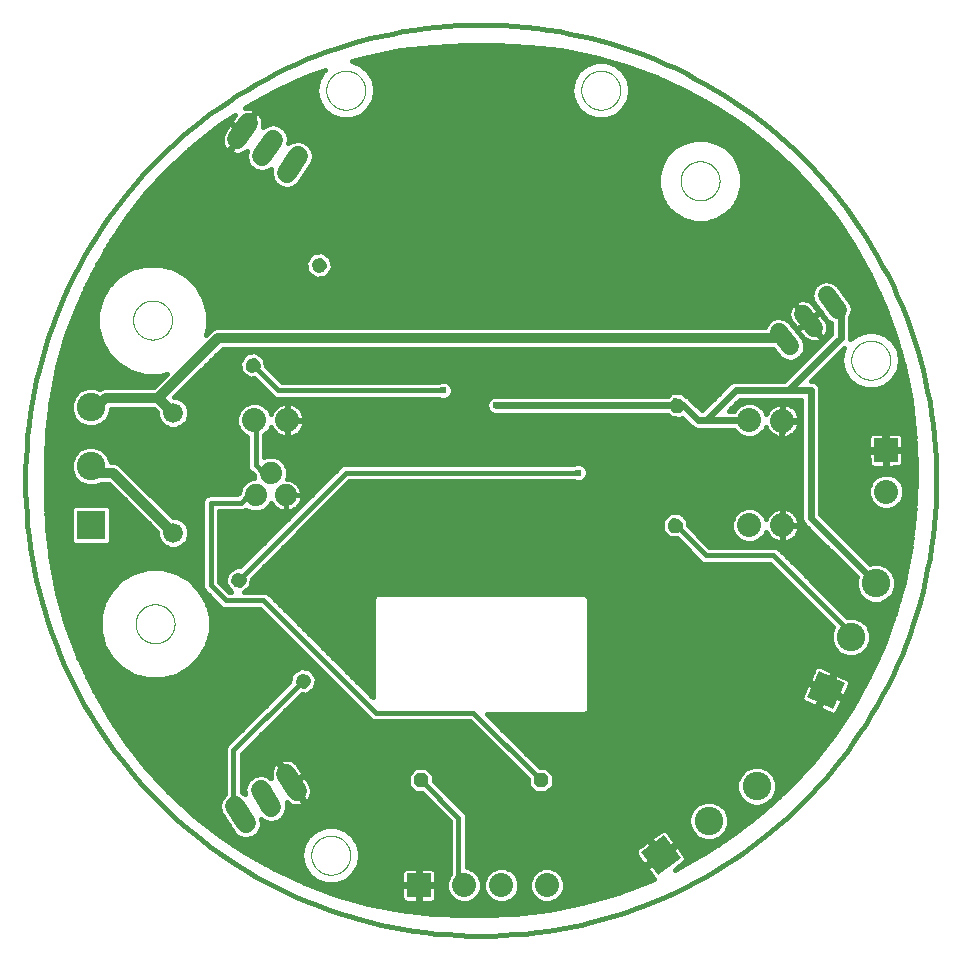
<source format=gbl>
G75*
%MOIN*%
%OFA0B0*%
%FSLAX25Y25*%
%IPPOS*%
%LPD*%
%AMOC8*
5,1,8,0,0,1.08239X$1,22.5*
%
%ADD10C,0.01600*%
%ADD11C,0.08000*%
%ADD12C,0.06600*%
%ADD13R,0.08000X0.08000*%
%ADD14R,0.08000X0.08000*%
%ADD15R,0.09500X0.09500*%
%ADD16C,0.09500*%
%ADD17R,0.09500X0.09500*%
%ADD18C,0.06600*%
%ADD19C,0.00000*%
%ADD20C,0.00960*%
%ADD21OC8,0.04800*%
%ADD22C,0.07400*%
%ADD23C,0.06000*%
%ADD24C,0.02400*%
%ADD25C,0.02400*%
%ADD26C,0.03200*%
%ADD27C,0.01800*%
D10*
X0049627Y0049627D02*
X0042165Y0057700D01*
X0035360Y0066332D01*
X0029253Y0075472D01*
X0023881Y0085064D01*
X0019279Y0095047D01*
X0015474Y0105360D01*
X0012490Y0115940D01*
X0010346Y0126721D01*
X0009054Y0137638D01*
X0008622Y0148622D01*
X0008622Y0158622D01*
X0009054Y0169607D01*
X0010346Y0180523D01*
X0012490Y0191305D01*
X0015474Y0201885D01*
X0019279Y0212198D01*
X0023881Y0222181D01*
X0029253Y0231772D01*
X0035360Y0240912D01*
X0042165Y0249545D01*
X0049627Y0257617D01*
X0057700Y0265079D01*
X0066332Y0271885D01*
X0071723Y0275487D01*
X0070097Y0273049D01*
X0074091Y0270386D01*
X0078585Y0277124D01*
X0078501Y0277181D01*
X0077771Y0277516D01*
X0076998Y0277733D01*
X0076201Y0277827D01*
X0075399Y0277795D01*
X0075083Y0277732D01*
X0075472Y0277992D01*
X0085064Y0283363D01*
X0095047Y0287965D01*
X0101580Y0290376D01*
X0101077Y0289953D01*
X0099367Y0286991D01*
X0098773Y0283622D01*
X0099367Y0280253D01*
X0101077Y0277291D01*
X0103697Y0275092D01*
X0106912Y0273922D01*
X0108145Y0273922D01*
X0110333Y0273922D01*
X0113547Y0275092D01*
X0113547Y0275092D01*
X0116167Y0277291D01*
X0116168Y0277291D01*
X0117878Y0280253D01*
X0117878Y0280253D01*
X0118472Y0283622D01*
X0118472Y0283622D01*
X0117878Y0286991D01*
X0116168Y0289953D01*
X0116168Y0289953D01*
X0113547Y0292152D01*
X0110564Y0293238D01*
X0115940Y0294754D01*
X0126721Y0296899D01*
X0137638Y0298191D01*
X0148622Y0298622D01*
X0158622Y0298622D01*
X0169607Y0298191D01*
X0180523Y0296899D01*
X0191305Y0294754D01*
X0201885Y0291770D01*
X0212198Y0287965D01*
X0222181Y0283363D01*
X0231772Y0277992D01*
X0240912Y0271885D01*
X0249545Y0265079D01*
X0257617Y0257617D01*
X0265079Y0249545D01*
X0271885Y0240912D01*
X0277992Y0231772D01*
X0283363Y0222181D01*
X0287965Y0212198D01*
X0291770Y0201885D01*
X0294754Y0191305D01*
X0296899Y0180523D01*
X0298191Y0169607D01*
X0298622Y0158622D01*
X0298622Y0153622D01*
X0298175Y0142246D01*
X0296837Y0130939D01*
X0294616Y0119773D01*
X0291525Y0108815D01*
X0287585Y0098133D01*
X0282818Y0087794D01*
X0277255Y0077860D01*
X0270930Y0068393D01*
X0263881Y0059452D01*
X0256153Y0051092D01*
X0247792Y0043363D01*
X0238851Y0036315D01*
X0229385Y0029989D01*
X0219451Y0024426D01*
X0218214Y0023856D01*
X0221494Y0026213D01*
X0221794Y0026580D01*
X0221989Y0027012D01*
X0222066Y0027480D01*
X0222019Y0027951D01*
X0221851Y0028395D01*
X0219221Y0032055D01*
X0214292Y0028513D01*
X0213732Y0029292D01*
X0218662Y0032834D01*
X0216031Y0036494D01*
X0215665Y0036794D01*
X0215233Y0036989D01*
X0214765Y0037066D01*
X0214293Y0037019D01*
X0213850Y0036851D01*
X0210189Y0034221D01*
X0213732Y0029292D01*
X0212953Y0028732D01*
X0209411Y0033662D01*
X0205750Y0031031D01*
X0205450Y0030665D01*
X0205255Y0030233D01*
X0205178Y0029765D01*
X0205225Y0029293D01*
X0205393Y0028850D01*
X0208023Y0025189D01*
X0212953Y0028732D01*
X0213513Y0027953D01*
X0208583Y0024411D01*
X0211213Y0020750D01*
X0211308Y0020672D01*
X0209111Y0019660D01*
X0198430Y0015719D01*
X0187472Y0012629D01*
X0176305Y0010407D01*
X0164999Y0009069D01*
X0153622Y0008622D01*
X0148622Y0008622D01*
X0137638Y0009054D01*
X0126721Y0010346D01*
X0115940Y0012490D01*
X0105360Y0015474D01*
X0095047Y0019279D01*
X0085064Y0023881D01*
X0075472Y0029253D01*
X0066332Y0035360D01*
X0057700Y0042165D01*
X0049627Y0049627D01*
X0049526Y0049737D02*
X0068222Y0049737D01*
X0068222Y0048945D02*
X0068076Y0048852D01*
X0066864Y0047127D01*
X0066404Y0045069D01*
X0066767Y0042992D01*
X0071433Y0035640D01*
X0073158Y0034427D01*
X0075216Y0033967D01*
X0077293Y0034330D01*
X0079073Y0035459D01*
X0080285Y0037184D01*
X0080745Y0039242D01*
X0080517Y0040547D01*
X0081601Y0039785D01*
X0083659Y0039325D01*
X0085736Y0039688D01*
X0087516Y0040818D01*
X0088729Y0042543D01*
X0089188Y0044600D01*
X0088906Y0046216D01*
X0089288Y0045901D01*
X0089979Y0045492D01*
X0090725Y0045196D01*
X0091509Y0045021D01*
X0092310Y0044971D01*
X0093109Y0045046D01*
X0093886Y0045246D01*
X0094623Y0045565D01*
X0094709Y0045619D01*
X0090369Y0052458D01*
X0090875Y0052780D01*
X0090554Y0053286D01*
X0094606Y0055858D01*
X0092784Y0058730D01*
X0092253Y0059332D01*
X0091635Y0059844D01*
X0090944Y0060253D01*
X0090197Y0060548D01*
X0089414Y0060723D01*
X0088613Y0060774D01*
X0087813Y0060698D01*
X0087036Y0060499D01*
X0086299Y0060180D01*
X0086214Y0060125D01*
X0090554Y0053286D01*
X0090047Y0052965D01*
X0085707Y0059804D01*
X0085621Y0059750D01*
X0085019Y0059219D01*
X0084508Y0058600D01*
X0084099Y0057909D01*
X0083803Y0057163D01*
X0083628Y0056379D01*
X0083578Y0055578D01*
X0083653Y0054779D01*
X0083776Y0054300D01*
X0082435Y0055243D01*
X0080377Y0055703D01*
X0078300Y0055340D01*
X0076520Y0054210D01*
X0075307Y0052485D01*
X0074847Y0050428D01*
X0075075Y0049123D01*
X0074022Y0049863D01*
X0074022Y0062421D01*
X0093965Y0082363D01*
X0095233Y0082084D01*
X0098304Y0084048D01*
X0099086Y0087608D01*
X0097123Y0090679D01*
X0093562Y0091462D01*
X0090492Y0089498D01*
X0089814Y0086415D01*
X0069480Y0066081D01*
X0068664Y0065265D01*
X0068222Y0064199D01*
X0068222Y0048945D01*
X0067575Y0048139D02*
X0051237Y0048139D01*
X0052967Y0046540D02*
X0066733Y0046540D01*
X0066426Y0044942D02*
X0054696Y0044942D01*
X0056425Y0043343D02*
X0066705Y0043343D01*
X0067558Y0041745D02*
X0058233Y0041745D01*
X0060261Y0040146D02*
X0068573Y0040146D01*
X0069587Y0038548D02*
X0062288Y0038548D01*
X0064316Y0036949D02*
X0070602Y0036949D01*
X0071844Y0035351D02*
X0066346Y0035351D01*
X0068738Y0033752D02*
X0095384Y0033752D01*
X0096077Y0034953D02*
X0094367Y0031991D01*
X0093773Y0028622D01*
X0094367Y0025253D01*
X0096077Y0022291D01*
X0098697Y0020092D01*
X0098697Y0020092D01*
X0101912Y0018922D01*
X0104100Y0018922D01*
X0105333Y0018922D01*
X0108547Y0020092D01*
X0108547Y0020092D01*
X0111167Y0022291D01*
X0111168Y0022291D01*
X0112878Y0025253D01*
X0112878Y0025253D01*
X0113472Y0028622D01*
X0113472Y0028622D01*
X0112878Y0031991D01*
X0111168Y0034953D01*
X0111168Y0034953D01*
X0108547Y0037152D01*
X0105333Y0038322D01*
X0101912Y0038322D01*
X0098697Y0037152D01*
X0096077Y0034953D01*
X0096077Y0034953D01*
X0096077Y0034953D01*
X0096551Y0035351D02*
X0078902Y0035351D01*
X0080120Y0036949D02*
X0098456Y0036949D01*
X0098697Y0037152D02*
X0098697Y0037152D01*
X0094461Y0032154D02*
X0071131Y0032154D01*
X0073523Y0030555D02*
X0094113Y0030555D01*
X0094367Y0031991D02*
X0094367Y0031991D01*
X0093832Y0028957D02*
X0076001Y0028957D01*
X0078855Y0027358D02*
X0093995Y0027358D01*
X0093773Y0028622D02*
X0093773Y0028622D01*
X0094277Y0025760D02*
X0081709Y0025760D01*
X0084564Y0024161D02*
X0094997Y0024161D01*
X0094367Y0025253D02*
X0094367Y0025253D01*
X0095920Y0022563D02*
X0087924Y0022563D01*
X0091391Y0020964D02*
X0097658Y0020964D01*
X0096077Y0022291D02*
X0096077Y0022291D01*
X0094859Y0019366D02*
X0100694Y0019366D01*
X0099145Y0017767D02*
X0127122Y0017767D01*
X0127122Y0018241D02*
X0127122Y0014385D01*
X0127245Y0013927D01*
X0127482Y0013517D01*
X0127817Y0013182D01*
X0128227Y0012945D01*
X0128685Y0012822D01*
X0132541Y0012822D01*
X0132541Y0018241D01*
X0133303Y0018241D01*
X0133303Y0012822D01*
X0137159Y0012822D01*
X0137617Y0012945D01*
X0138027Y0013182D01*
X0138363Y0013517D01*
X0138600Y0013927D01*
X0138722Y0014385D01*
X0138722Y0018241D01*
X0133303Y0018241D01*
X0133303Y0019003D01*
X0138722Y0019003D01*
X0138722Y0022859D01*
X0138600Y0023317D01*
X0138363Y0023727D01*
X0138027Y0024063D01*
X0137617Y0024300D01*
X0137159Y0024422D01*
X0133303Y0024422D01*
X0133303Y0019003D01*
X0132541Y0019003D01*
X0132541Y0018241D01*
X0127122Y0018241D01*
X0127122Y0019003D02*
X0132541Y0019003D01*
X0132541Y0024422D01*
X0128685Y0024422D01*
X0128227Y0024300D01*
X0127817Y0024063D01*
X0127482Y0023727D01*
X0127245Y0023317D01*
X0127122Y0022859D01*
X0127122Y0019003D01*
X0127122Y0019366D02*
X0106551Y0019366D01*
X0105333Y0018922D02*
X0105333Y0018922D01*
X0103478Y0016169D02*
X0127122Y0016169D01*
X0127122Y0014570D02*
X0108566Y0014570D01*
X0114234Y0012972D02*
X0128181Y0012972D01*
X0131548Y0009775D02*
X0170959Y0009775D01*
X0172262Y0013536D02*
X0170574Y0015224D01*
X0169661Y0017429D01*
X0169661Y0019816D01*
X0170574Y0022021D01*
X0172262Y0023709D01*
X0174467Y0024622D01*
X0176854Y0024622D01*
X0179060Y0023709D01*
X0180747Y0022021D01*
X0181661Y0019816D01*
X0181661Y0017429D01*
X0180747Y0015224D01*
X0179060Y0013536D01*
X0176854Y0012622D01*
X0174467Y0012622D01*
X0172262Y0013536D01*
X0171228Y0014570D02*
X0164914Y0014570D01*
X0165568Y0015224D02*
X0166481Y0017429D01*
X0166481Y0019816D01*
X0165568Y0022021D01*
X0163880Y0023709D01*
X0161675Y0024622D01*
X0159288Y0024622D01*
X0157083Y0023709D01*
X0155395Y0022021D01*
X0154481Y0019816D01*
X0154481Y0017429D01*
X0155395Y0015224D01*
X0157083Y0013536D01*
X0159288Y0012622D01*
X0161675Y0012622D01*
X0163880Y0013536D01*
X0165568Y0015224D01*
X0165959Y0016169D02*
X0170183Y0016169D01*
X0169661Y0017767D02*
X0166481Y0017767D01*
X0166481Y0019366D02*
X0169661Y0019366D01*
X0170137Y0020964D02*
X0166006Y0020964D01*
X0165026Y0022563D02*
X0171116Y0022563D01*
X0173354Y0024161D02*
X0162788Y0024161D01*
X0158175Y0024161D02*
X0150408Y0024161D01*
X0151501Y0023709D02*
X0149295Y0024622D01*
X0149022Y0024622D01*
X0149022Y0041699D01*
X0148581Y0042765D01*
X0147765Y0043581D01*
X0138022Y0053323D01*
X0138022Y0055445D01*
X0135445Y0058022D01*
X0131800Y0058022D01*
X0129222Y0055445D01*
X0129222Y0051800D01*
X0131800Y0049222D01*
X0133921Y0049222D01*
X0143222Y0039921D01*
X0143222Y0022228D01*
X0143015Y0022021D01*
X0142102Y0019816D01*
X0142102Y0017429D01*
X0143015Y0015224D01*
X0144703Y0013536D01*
X0146908Y0012622D01*
X0149295Y0012622D01*
X0151501Y0013536D01*
X0153188Y0015224D01*
X0154102Y0017429D01*
X0154102Y0019816D01*
X0153188Y0022021D01*
X0151501Y0023709D01*
X0152647Y0022563D02*
X0155936Y0022563D01*
X0154957Y0020964D02*
X0153626Y0020964D01*
X0154102Y0019366D02*
X0154481Y0019366D01*
X0154481Y0017767D02*
X0154102Y0017767D01*
X0153580Y0016169D02*
X0155003Y0016169D01*
X0156048Y0014570D02*
X0152535Y0014570D01*
X0150139Y0012972D02*
X0158444Y0012972D01*
X0162518Y0012972D02*
X0173624Y0012972D01*
X0177698Y0012972D02*
X0188688Y0012972D01*
X0194356Y0014570D02*
X0180094Y0014570D01*
X0181139Y0016169D02*
X0199648Y0016169D01*
X0203981Y0017767D02*
X0181661Y0017767D01*
X0181661Y0019366D02*
X0208314Y0019366D01*
X0211059Y0020964D02*
X0181185Y0020964D01*
X0180206Y0022563D02*
X0209911Y0022563D01*
X0208762Y0024161D02*
X0177967Y0024161D01*
X0181160Y0011373D02*
X0121557Y0011373D01*
X0127122Y0020964D02*
X0109586Y0020964D01*
X0111168Y0022291D02*
X0111168Y0022291D01*
X0111324Y0022563D02*
X0127122Y0022563D01*
X0127988Y0024161D02*
X0112247Y0024161D01*
X0112967Y0025760D02*
X0143222Y0025760D01*
X0143222Y0027358D02*
X0113249Y0027358D01*
X0113413Y0028957D02*
X0143222Y0028957D01*
X0143222Y0030555D02*
X0113131Y0030555D01*
X0112878Y0031991D02*
X0112878Y0031991D01*
X0112784Y0032154D02*
X0143222Y0032154D01*
X0143222Y0033752D02*
X0111861Y0033752D01*
X0110694Y0035351D02*
X0143222Y0035351D01*
X0143222Y0036949D02*
X0108789Y0036949D01*
X0108547Y0037152D02*
X0108547Y0037152D01*
X0096415Y0047144D02*
X0096823Y0047835D01*
X0097119Y0048582D01*
X0097294Y0049365D01*
X0097345Y0050166D01*
X0097269Y0050966D01*
X0097069Y0051743D01*
X0096751Y0052480D01*
X0094928Y0055352D01*
X0090875Y0052780D01*
X0095215Y0045941D01*
X0095301Y0045995D01*
X0095903Y0046526D01*
X0096415Y0047144D01*
X0095915Y0046540D02*
X0136603Y0046540D01*
X0138201Y0044942D02*
X0089129Y0044942D01*
X0088907Y0043343D02*
X0139800Y0043343D01*
X0141398Y0041745D02*
X0088168Y0041745D01*
X0086458Y0040146D02*
X0142997Y0040146D01*
X0143222Y0038548D02*
X0080590Y0038548D01*
X0080587Y0040146D02*
X0081088Y0040146D01*
X0074968Y0049737D02*
X0074201Y0049737D01*
X0074022Y0051336D02*
X0075050Y0051336D01*
X0075623Y0052934D02*
X0074022Y0052934D01*
X0074022Y0054533D02*
X0077028Y0054533D01*
X0074022Y0056131D02*
X0083613Y0056131D01*
X0083717Y0054533D02*
X0083445Y0054533D01*
X0084028Y0057730D02*
X0074022Y0057730D01*
X0074022Y0059328D02*
X0085144Y0059328D01*
X0086009Y0059328D02*
X0086719Y0059328D01*
X0087023Y0057730D02*
X0087734Y0057730D01*
X0088038Y0056131D02*
X0088748Y0056131D01*
X0089052Y0054533D02*
X0089763Y0054533D01*
X0090777Y0052934D02*
X0091119Y0052934D01*
X0091081Y0051336D02*
X0091792Y0051336D01*
X0092095Y0049737D02*
X0092806Y0049737D01*
X0093110Y0048139D02*
X0093820Y0048139D01*
X0094124Y0046540D02*
X0094835Y0046540D01*
X0096944Y0048139D02*
X0135004Y0048139D01*
X0131285Y0049737D02*
X0097318Y0049737D01*
X0097174Y0051336D02*
X0129686Y0051336D01*
X0129222Y0052934D02*
X0096462Y0052934D01*
X0095448Y0054533D02*
X0129222Y0054533D01*
X0129909Y0056131D02*
X0094433Y0056131D01*
X0093638Y0054533D02*
X0092518Y0054533D01*
X0093419Y0057730D02*
X0131507Y0057730D01*
X0135737Y0057730D02*
X0165413Y0057730D01*
X0163815Y0059328D02*
X0092257Y0059328D01*
X0082119Y0070518D02*
X0152625Y0070518D01*
X0151027Y0072117D02*
X0083718Y0072117D01*
X0085316Y0073715D02*
X0116928Y0073715D01*
X0116980Y0073664D02*
X0118045Y0073222D01*
X0149921Y0073222D01*
X0169222Y0053921D01*
X0169222Y0051800D01*
X0171800Y0049222D01*
X0175445Y0049222D01*
X0178022Y0051800D01*
X0178022Y0055445D01*
X0175445Y0058022D01*
X0173323Y0058022D01*
X0155723Y0075622D01*
X0188451Y0075622D01*
X0189622Y0076794D01*
X0189622Y0114451D01*
X0188451Y0115622D01*
X0118794Y0115622D01*
X0117622Y0114451D01*
X0117622Y0081223D01*
X0083581Y0115265D01*
X0082765Y0116081D01*
X0081699Y0116522D01*
X0074839Y0116522D01*
X0076753Y0117746D01*
X0077431Y0120829D01*
X0109823Y0153222D01*
X0184761Y0153222D01*
X0185486Y0152922D01*
X0186759Y0152922D01*
X0187935Y0153409D01*
X0188835Y0154310D01*
X0189322Y0155486D01*
X0189322Y0156759D01*
X0188835Y0157935D01*
X0187935Y0158835D01*
X0186759Y0159322D01*
X0185486Y0159322D01*
X0184761Y0159022D01*
X0108045Y0159022D01*
X0106980Y0158581D01*
X0106164Y0157765D01*
X0073280Y0124881D01*
X0072012Y0125160D01*
X0068941Y0123196D01*
X0068158Y0119636D01*
X0070122Y0116565D01*
X0070318Y0116522D01*
X0069823Y0116522D01*
X0066522Y0119823D01*
X0066522Y0143222D01*
X0074199Y0143222D01*
X0075265Y0143664D01*
X0075392Y0143791D01*
X0075393Y0143790D01*
X0077488Y0142922D01*
X0079756Y0142922D01*
X0081851Y0143790D01*
X0083454Y0145393D01*
X0083742Y0146086D01*
X0083918Y0145740D01*
X0084427Y0145039D01*
X0085039Y0144427D01*
X0085740Y0143918D01*
X0086511Y0143525D01*
X0087334Y0143258D01*
X0088189Y0143122D01*
X0088622Y0143122D01*
X0088622Y0148622D01*
X0088622Y0148622D01*
X0088622Y0143122D01*
X0089055Y0143122D01*
X0089910Y0143258D01*
X0090734Y0143525D01*
X0091505Y0143918D01*
X0092205Y0144427D01*
X0092817Y0145039D01*
X0093326Y0145740D01*
X0093719Y0146511D01*
X0093987Y0147334D01*
X0094122Y0148189D01*
X0094122Y0148622D01*
X0088622Y0148622D01*
X0088622Y0148622D01*
X0094122Y0148622D01*
X0094122Y0149055D01*
X0093987Y0149910D01*
X0093719Y0150734D01*
X0093326Y0151505D01*
X0092817Y0152205D01*
X0092205Y0152817D01*
X0091505Y0153326D01*
X0090734Y0153719D01*
X0089910Y0153987D01*
X0089055Y0154122D01*
X0088963Y0154122D01*
X0089322Y0154988D01*
X0089322Y0157256D01*
X0088454Y0159351D01*
X0086851Y0160954D01*
X0084756Y0161822D01*
X0082488Y0161822D01*
X0081522Y0161422D01*
X0081522Y0168537D01*
X0083209Y0170224D01*
X0083724Y0171467D01*
X0083747Y0171396D01*
X0084162Y0170582D01*
X0084698Y0169844D01*
X0085344Y0169198D01*
X0086082Y0168662D01*
X0086896Y0168247D01*
X0087764Y0167965D01*
X0088666Y0167822D01*
X0088922Y0167822D01*
X0088922Y0173422D01*
X0089322Y0173422D01*
X0089322Y0167822D01*
X0089579Y0167822D01*
X0090480Y0167965D01*
X0091349Y0168247D01*
X0092162Y0168662D01*
X0092901Y0169198D01*
X0093546Y0169844D01*
X0094083Y0170582D01*
X0094497Y0171396D01*
X0094779Y0172264D01*
X0094922Y0173166D01*
X0094922Y0173422D01*
X0089322Y0173422D01*
X0089322Y0173822D01*
X0094922Y0173822D01*
X0094922Y0174079D01*
X0094779Y0174980D01*
X0094497Y0175849D01*
X0094083Y0176662D01*
X0093546Y0177401D01*
X0092901Y0178046D01*
X0092162Y0178583D01*
X0091349Y0178997D01*
X0090480Y0179279D01*
X0089579Y0179422D01*
X0089322Y0179422D01*
X0089322Y0173822D01*
X0088922Y0173822D01*
X0088922Y0179422D01*
X0088666Y0179422D01*
X0087764Y0179279D01*
X0086896Y0178997D01*
X0086082Y0178583D01*
X0085344Y0178046D01*
X0084698Y0177401D01*
X0084162Y0176662D01*
X0083747Y0175849D01*
X0083724Y0175777D01*
X0083209Y0177021D01*
X0081521Y0178709D01*
X0079316Y0179622D01*
X0076929Y0179622D01*
X0074724Y0178709D01*
X0073036Y0177021D01*
X0072122Y0174816D01*
X0072122Y0172429D01*
X0073036Y0170224D01*
X0074724Y0168536D01*
X0075722Y0168122D01*
X0075722Y0158045D01*
X0076164Y0156980D01*
X0077922Y0155221D01*
X0077922Y0154988D01*
X0078198Y0154322D01*
X0077488Y0154322D01*
X0075393Y0153454D01*
X0073790Y0151851D01*
X0072922Y0149756D01*
X0072922Y0149523D01*
X0072421Y0149022D01*
X0063045Y0149022D01*
X0061980Y0148581D01*
X0061164Y0147765D01*
X0060722Y0146699D01*
X0060722Y0118045D01*
X0061164Y0116980D01*
X0061980Y0116164D01*
X0066980Y0111164D01*
X0068045Y0110722D01*
X0079921Y0110722D01*
X0116980Y0073664D01*
X0115330Y0075314D02*
X0086915Y0075314D01*
X0088513Y0076912D02*
X0113731Y0076912D01*
X0112133Y0078511D02*
X0090112Y0078511D01*
X0091710Y0080109D02*
X0110534Y0080109D01*
X0108936Y0081708D02*
X0093309Y0081708D01*
X0097143Y0083306D02*
X0107337Y0083306D01*
X0105739Y0084905D02*
X0098492Y0084905D01*
X0098843Y0086503D02*
X0104140Y0086503D01*
X0102542Y0088102D02*
X0098771Y0088102D01*
X0097749Y0089700D02*
X0100943Y0089700D01*
X0099345Y0091299D02*
X0094305Y0091299D01*
X0093307Y0091299D02*
X0056735Y0091299D01*
X0056405Y0090969D02*
X0059850Y0094413D01*
X0062285Y0098632D01*
X0063546Y0103337D01*
X0063546Y0108208D01*
X0062285Y0112913D01*
X0059850Y0117132D01*
X0056405Y0120576D01*
X0052187Y0123012D01*
X0047481Y0124273D01*
X0042610Y0124273D01*
X0037905Y0123012D01*
X0033687Y0120576D01*
X0030242Y0117132D01*
X0027807Y0112913D01*
X0026546Y0108208D01*
X0026546Y0103337D01*
X0027807Y0098632D01*
X0030242Y0094413D01*
X0033687Y0090969D01*
X0037905Y0088533D01*
X0042610Y0087273D01*
X0047481Y0087273D01*
X0052187Y0088533D01*
X0056405Y0090969D01*
X0054207Y0089700D02*
X0090808Y0089700D01*
X0090185Y0088102D02*
X0050575Y0088102D01*
X0058333Y0092897D02*
X0097746Y0092897D01*
X0096148Y0094496D02*
X0059897Y0094496D01*
X0060820Y0096094D02*
X0094549Y0096094D01*
X0092951Y0097693D02*
X0061743Y0097693D01*
X0062462Y0099291D02*
X0091352Y0099291D01*
X0089754Y0100890D02*
X0062890Y0100890D01*
X0063318Y0102488D02*
X0088155Y0102488D01*
X0086556Y0104087D02*
X0063546Y0104087D01*
X0063546Y0105685D02*
X0084958Y0105685D01*
X0083359Y0107284D02*
X0063546Y0107284D01*
X0063365Y0108882D02*
X0081761Y0108882D01*
X0080162Y0110481D02*
X0062937Y0110481D01*
X0062509Y0112079D02*
X0066064Y0112079D01*
X0064465Y0113678D02*
X0061844Y0113678D01*
X0060921Y0115276D02*
X0062867Y0115276D01*
X0061268Y0116875D02*
X0059998Y0116875D01*
X0060722Y0118473D02*
X0058508Y0118473D01*
X0056910Y0120072D02*
X0060722Y0120072D01*
X0060722Y0121670D02*
X0054510Y0121670D01*
X0051227Y0123269D02*
X0060722Y0123269D01*
X0060722Y0124867D02*
X0010715Y0124867D01*
X0011033Y0123269D02*
X0038864Y0123269D01*
X0035582Y0121670D02*
X0011351Y0121670D01*
X0011669Y0120072D02*
X0033182Y0120072D01*
X0031584Y0118473D02*
X0011987Y0118473D01*
X0012304Y0116875D02*
X0030094Y0116875D01*
X0029171Y0115276D02*
X0012678Y0115276D01*
X0013128Y0113678D02*
X0028248Y0113678D01*
X0027583Y0112079D02*
X0013579Y0112079D01*
X0014030Y0110481D02*
X0027155Y0110481D01*
X0026726Y0108882D02*
X0014481Y0108882D01*
X0014932Y0107284D02*
X0026546Y0107284D01*
X0026546Y0105685D02*
X0015383Y0105685D01*
X0015944Y0104087D02*
X0026546Y0104087D01*
X0026773Y0102488D02*
X0016534Y0102488D01*
X0017123Y0100890D02*
X0027202Y0100890D01*
X0027630Y0099291D02*
X0017713Y0099291D01*
X0018303Y0097693D02*
X0028349Y0097693D01*
X0029272Y0096094D02*
X0018893Y0096094D01*
X0019533Y0094496D02*
X0030195Y0094496D01*
X0031758Y0092897D02*
X0020270Y0092897D01*
X0021007Y0091299D02*
X0033357Y0091299D01*
X0035884Y0089700D02*
X0021744Y0089700D01*
X0022481Y0088102D02*
X0039516Y0088102D01*
X0028446Y0076912D02*
X0080311Y0076912D01*
X0081909Y0078511D02*
X0027551Y0078511D01*
X0026656Y0080109D02*
X0083508Y0080109D01*
X0085106Y0081708D02*
X0025761Y0081708D01*
X0024866Y0083306D02*
X0086705Y0083306D01*
X0088303Y0084905D02*
X0023970Y0084905D01*
X0023218Y0086503D02*
X0089833Y0086503D01*
X0101153Y0097693D02*
X0117622Y0097693D01*
X0117622Y0099291D02*
X0099554Y0099291D01*
X0097956Y0100890D02*
X0117622Y0100890D01*
X0117622Y0102488D02*
X0096357Y0102488D01*
X0094759Y0104087D02*
X0117622Y0104087D01*
X0117622Y0105685D02*
X0093160Y0105685D01*
X0091562Y0107284D02*
X0117622Y0107284D01*
X0117622Y0108882D02*
X0089963Y0108882D01*
X0088365Y0110481D02*
X0117622Y0110481D01*
X0117622Y0112079D02*
X0086766Y0112079D01*
X0085168Y0113678D02*
X0117622Y0113678D01*
X0118448Y0115276D02*
X0083569Y0115276D01*
X0076913Y0118473D02*
X0257170Y0118473D01*
X0258768Y0116875D02*
X0075390Y0116875D01*
X0077264Y0120072D02*
X0255571Y0120072D01*
X0253973Y0121670D02*
X0078272Y0121670D01*
X0079870Y0123269D02*
X0252374Y0123269D01*
X0250776Y0124867D02*
X0081469Y0124867D01*
X0083067Y0126466D02*
X0226677Y0126466D01*
X0226980Y0126164D02*
X0228045Y0125722D01*
X0249921Y0125722D01*
X0270993Y0104650D01*
X0270223Y0102791D01*
X0270223Y0100106D01*
X0271250Y0097625D01*
X0273149Y0095726D01*
X0275630Y0094698D01*
X0278315Y0094698D01*
X0280796Y0095726D01*
X0282695Y0097625D01*
X0283723Y0100106D01*
X0283723Y0102791D01*
X0282695Y0105272D01*
X0280796Y0107171D01*
X0278315Y0108198D01*
X0275647Y0108198D01*
X0253581Y0130265D01*
X0252765Y0131081D01*
X0251699Y0131522D01*
X0229823Y0131522D01*
X0222743Y0138603D01*
X0222768Y0140385D01*
X0220227Y0142998D01*
X0216582Y0143049D01*
X0213969Y0140508D01*
X0213918Y0136863D01*
X0216459Y0134250D01*
X0218928Y0134216D01*
X0226980Y0126164D01*
X0225079Y0128064D02*
X0084666Y0128064D01*
X0086264Y0129663D02*
X0223480Y0129663D01*
X0221882Y0131261D02*
X0087863Y0131261D01*
X0089461Y0132860D02*
X0220283Y0132860D01*
X0216257Y0134459D02*
X0091060Y0134459D01*
X0092658Y0136057D02*
X0214702Y0136057D01*
X0213929Y0137656D02*
X0094257Y0137656D01*
X0095855Y0139254D02*
X0213951Y0139254D01*
X0214323Y0140853D02*
X0097454Y0140853D01*
X0099052Y0142451D02*
X0215967Y0142451D01*
X0220759Y0142451D02*
X0238466Y0142451D01*
X0238036Y0142021D02*
X0237122Y0139816D01*
X0237122Y0137429D01*
X0238036Y0135224D01*
X0239724Y0133536D01*
X0241929Y0132622D01*
X0244316Y0132622D01*
X0246521Y0133536D01*
X0248209Y0135224D01*
X0248724Y0136467D01*
X0248747Y0136396D01*
X0249162Y0135582D01*
X0249698Y0134844D01*
X0250344Y0134198D01*
X0251082Y0133662D01*
X0251896Y0133247D01*
X0252764Y0132965D01*
X0253666Y0132822D01*
X0253922Y0132822D01*
X0253922Y0138422D01*
X0254322Y0138422D01*
X0254322Y0132822D01*
X0254579Y0132822D01*
X0255480Y0132965D01*
X0256349Y0133247D01*
X0257162Y0133662D01*
X0257901Y0134198D01*
X0258546Y0134844D01*
X0259083Y0135582D01*
X0259497Y0136396D01*
X0259779Y0137264D01*
X0259922Y0138166D01*
X0259922Y0138422D01*
X0254322Y0138422D01*
X0254322Y0138822D01*
X0259922Y0138822D01*
X0259922Y0139079D01*
X0259779Y0139980D01*
X0259497Y0140849D01*
X0259083Y0141662D01*
X0258546Y0142401D01*
X0257901Y0143046D01*
X0257162Y0143583D01*
X0256349Y0143997D01*
X0255480Y0144279D01*
X0254579Y0144422D01*
X0254322Y0144422D01*
X0254322Y0138822D01*
X0253922Y0138822D01*
X0253922Y0144422D01*
X0253666Y0144422D01*
X0252764Y0144279D01*
X0251896Y0143997D01*
X0251082Y0143583D01*
X0250344Y0143046D01*
X0249698Y0142401D01*
X0249162Y0141662D01*
X0248747Y0140849D01*
X0248724Y0140777D01*
X0248209Y0142021D01*
X0246521Y0143709D01*
X0244316Y0144622D01*
X0241929Y0144622D01*
X0239724Y0143709D01*
X0238036Y0142021D01*
X0237552Y0140853D02*
X0222313Y0140853D01*
X0222752Y0139254D02*
X0237122Y0139254D01*
X0237122Y0137656D02*
X0223690Y0137656D01*
X0225289Y0136057D02*
X0237690Y0136057D01*
X0238801Y0134459D02*
X0226887Y0134459D01*
X0228486Y0132860D02*
X0241355Y0132860D01*
X0244890Y0132860D02*
X0253428Y0132860D01*
X0253922Y0132860D02*
X0254322Y0132860D01*
X0254817Y0132860D02*
X0267359Y0132860D01*
X0265761Y0134459D02*
X0258161Y0134459D01*
X0259325Y0136057D02*
X0264162Y0136057D01*
X0262563Y0137656D02*
X0259841Y0137656D01*
X0259894Y0139254D02*
X0260965Y0139254D01*
X0260909Y0139310D02*
X0261810Y0138409D01*
X0278874Y0121345D01*
X0278573Y0120617D01*
X0278573Y0117932D01*
X0279601Y0115451D01*
X0281499Y0113552D01*
X0283980Y0112525D01*
X0286666Y0112525D01*
X0289147Y0113552D01*
X0291045Y0115451D01*
X0292073Y0117932D01*
X0292073Y0120617D01*
X0291045Y0123098D01*
X0289147Y0124997D01*
X0286666Y0126025D01*
X0283980Y0126025D01*
X0283461Y0125809D01*
X0266822Y0142448D01*
X0266822Y0184259D01*
X0266335Y0185435D01*
X0265435Y0186335D01*
X0264259Y0186822D01*
X0263848Y0186822D01*
X0274845Y0197819D01*
X0274367Y0196991D01*
X0273773Y0193622D01*
X0274367Y0190253D01*
X0276077Y0187291D01*
X0278697Y0185092D01*
X0278697Y0185092D01*
X0281912Y0183922D01*
X0285333Y0183922D01*
X0288547Y0185092D01*
X0288547Y0185092D01*
X0291167Y0187291D01*
X0291168Y0187291D01*
X0292878Y0190253D01*
X0292878Y0190253D01*
X0293472Y0193622D01*
X0293472Y0193622D01*
X0292878Y0196991D01*
X0291168Y0199953D01*
X0291168Y0199953D01*
X0288547Y0202152D01*
X0285333Y0203322D01*
X0281912Y0203322D01*
X0278697Y0202152D01*
X0276822Y0200579D01*
X0276822Y0207908D01*
X0277375Y0208874D01*
X0277628Y0210847D01*
X0277106Y0212766D01*
X0272221Y0219087D01*
X0270495Y0220076D01*
X0268522Y0220329D01*
X0266602Y0219807D01*
X0265028Y0218591D01*
X0264040Y0216865D01*
X0263787Y0214892D01*
X0264309Y0212972D01*
X0269194Y0206651D01*
X0270422Y0205948D01*
X0270422Y0202448D01*
X0254797Y0186822D01*
X0237986Y0186822D01*
X0236810Y0186335D01*
X0227372Y0176898D01*
X0223834Y0180436D01*
X0223833Y0180437D01*
X0223383Y0180887D01*
X0222935Y0181335D01*
X0222934Y0181336D01*
X0222933Y0181337D01*
X0222345Y0181579D01*
X0222037Y0181707D01*
X0220785Y0182994D01*
X0217141Y0183045D01*
X0215883Y0181822D01*
X0157986Y0181822D01*
X0156810Y0181335D01*
X0155909Y0180435D01*
X0155422Y0179259D01*
X0155422Y0177986D01*
X0155909Y0176810D01*
X0156810Y0175909D01*
X0157986Y0175422D01*
X0215874Y0175422D01*
X0217018Y0174246D01*
X0220662Y0174195D01*
X0220846Y0174373D01*
X0223409Y0171810D01*
X0223409Y0171810D01*
X0224310Y0170909D01*
X0225486Y0170422D01*
X0238006Y0170422D01*
X0238037Y0170348D01*
X0239725Y0168660D01*
X0241930Y0167747D01*
X0244317Y0167747D01*
X0246522Y0168660D01*
X0248210Y0170348D01*
X0248678Y0171478D01*
X0248746Y0171271D01*
X0249160Y0170458D01*
X0249697Y0169719D01*
X0250342Y0169073D01*
X0251081Y0168537D01*
X0251894Y0168122D01*
X0252763Y0167840D01*
X0253664Y0167697D01*
X0253789Y0167697D01*
X0253916Y0173302D01*
X0254316Y0173293D01*
X0254189Y0167697D01*
X0254577Y0167697D01*
X0255479Y0167840D01*
X0256347Y0168122D01*
X0257161Y0168537D01*
X0257899Y0169073D01*
X0258545Y0169719D01*
X0259081Y0170458D01*
X0259496Y0171271D01*
X0259778Y0172139D01*
X0259921Y0173041D01*
X0259921Y0173166D01*
X0254316Y0173293D01*
X0254325Y0173693D01*
X0253925Y0173702D01*
X0254052Y0179297D01*
X0253664Y0179297D01*
X0252763Y0179155D01*
X0251894Y0178873D01*
X0251081Y0178458D01*
X0250342Y0177921D01*
X0249697Y0177276D01*
X0249160Y0176537D01*
X0248775Y0175782D01*
X0248210Y0177146D01*
X0246522Y0178834D01*
X0244317Y0179747D01*
X0241930Y0179747D01*
X0239725Y0178834D01*
X0238037Y0177146D01*
X0237903Y0176822D01*
X0236348Y0176822D01*
X0239948Y0180422D01*
X0260422Y0180422D01*
X0260422Y0140486D01*
X0260909Y0139310D01*
X0260422Y0140853D02*
X0259495Y0140853D01*
X0260422Y0142451D02*
X0258496Y0142451D01*
X0260422Y0144050D02*
X0256188Y0144050D01*
X0254322Y0144050D02*
X0253922Y0144050D01*
X0253922Y0142451D02*
X0254322Y0142451D01*
X0254322Y0140853D02*
X0253922Y0140853D01*
X0253922Y0139254D02*
X0254322Y0139254D01*
X0254322Y0137656D02*
X0253922Y0137656D01*
X0253922Y0136057D02*
X0254322Y0136057D01*
X0254322Y0134459D02*
X0253922Y0134459D01*
X0252329Y0131261D02*
X0268958Y0131261D01*
X0270556Y0129663D02*
X0254183Y0129663D01*
X0255781Y0128064D02*
X0272155Y0128064D01*
X0273753Y0126466D02*
X0257380Y0126466D01*
X0258978Y0124867D02*
X0275352Y0124867D01*
X0276950Y0123269D02*
X0260577Y0123269D01*
X0262175Y0121670D02*
X0278549Y0121670D01*
X0278573Y0120072D02*
X0263774Y0120072D01*
X0265372Y0118473D02*
X0278573Y0118473D01*
X0279011Y0116875D02*
X0266971Y0116875D01*
X0268569Y0115276D02*
X0279775Y0115276D01*
X0281374Y0113678D02*
X0270168Y0113678D01*
X0271766Y0112079D02*
X0292446Y0112079D01*
X0291995Y0110481D02*
X0273365Y0110481D01*
X0274963Y0108882D02*
X0291545Y0108882D01*
X0290961Y0107284D02*
X0280523Y0107284D01*
X0282282Y0105685D02*
X0290371Y0105685D01*
X0289781Y0104087D02*
X0283186Y0104087D01*
X0283723Y0102488D02*
X0289191Y0102488D01*
X0288602Y0100890D02*
X0283723Y0100890D01*
X0283385Y0099291D02*
X0288012Y0099291D01*
X0287382Y0097693D02*
X0282723Y0097693D01*
X0281164Y0096094D02*
X0286645Y0096094D01*
X0285908Y0094496D02*
X0189622Y0094496D01*
X0189622Y0096094D02*
X0272781Y0096094D01*
X0271222Y0097693D02*
X0189622Y0097693D01*
X0189622Y0099291D02*
X0270560Y0099291D01*
X0270223Y0100890D02*
X0189622Y0100890D01*
X0189622Y0102488D02*
X0270223Y0102488D01*
X0270759Y0104087D02*
X0189622Y0104087D01*
X0189622Y0105685D02*
X0269958Y0105685D01*
X0268359Y0107284D02*
X0189622Y0107284D01*
X0189622Y0108882D02*
X0266761Y0108882D01*
X0265162Y0110481D02*
X0189622Y0110481D01*
X0189622Y0112079D02*
X0263564Y0112079D01*
X0261965Y0113678D02*
X0189622Y0113678D01*
X0188797Y0115276D02*
X0260367Y0115276D01*
X0250084Y0134459D02*
X0247444Y0134459D01*
X0248554Y0136057D02*
X0248920Y0136057D01*
X0248749Y0140853D02*
X0248693Y0140853D01*
X0247779Y0142451D02*
X0249749Y0142451D01*
X0252057Y0144050D02*
X0245698Y0144050D01*
X0240546Y0144050D02*
X0100651Y0144050D01*
X0102249Y0145648D02*
X0260422Y0145648D01*
X0260422Y0147247D02*
X0103848Y0147247D01*
X0105446Y0148845D02*
X0260422Y0148845D01*
X0260422Y0150444D02*
X0107045Y0150444D01*
X0108643Y0152042D02*
X0260422Y0152042D01*
X0260422Y0153641D02*
X0188166Y0153641D01*
X0189220Y0155239D02*
X0260422Y0155239D01*
X0260422Y0156838D02*
X0189290Y0156838D01*
X0188334Y0158436D02*
X0260422Y0158436D01*
X0260422Y0160035D02*
X0087771Y0160035D01*
X0088833Y0158436D02*
X0106835Y0158436D01*
X0105236Y0156838D02*
X0089322Y0156838D01*
X0089322Y0155239D02*
X0103638Y0155239D01*
X0102039Y0153641D02*
X0090888Y0153641D01*
X0092936Y0152042D02*
X0100441Y0152042D01*
X0098842Y0150444D02*
X0093813Y0150444D01*
X0094122Y0148845D02*
X0097244Y0148845D01*
X0095645Y0147247D02*
X0093958Y0147247D01*
X0094047Y0145648D02*
X0093260Y0145648D01*
X0092448Y0144050D02*
X0091686Y0144050D01*
X0090850Y0142451D02*
X0066522Y0142451D01*
X0066522Y0140853D02*
X0089251Y0140853D01*
X0087653Y0139254D02*
X0066522Y0139254D01*
X0066522Y0137656D02*
X0086054Y0137656D01*
X0084456Y0136057D02*
X0066522Y0136057D01*
X0066522Y0134459D02*
X0082857Y0134459D01*
X0081259Y0132860D02*
X0066522Y0132860D01*
X0066522Y0131261D02*
X0079660Y0131261D01*
X0078062Y0129663D02*
X0066522Y0129663D01*
X0066522Y0128064D02*
X0076463Y0128064D01*
X0074865Y0126466D02*
X0066522Y0126466D01*
X0066522Y0124867D02*
X0071554Y0124867D01*
X0069055Y0123269D02*
X0066522Y0123269D01*
X0066522Y0121670D02*
X0068605Y0121670D01*
X0068254Y0120072D02*
X0066522Y0120072D01*
X0067872Y0118473D02*
X0068902Y0118473D01*
X0069471Y0116875D02*
X0069924Y0116875D01*
X0060722Y0126466D02*
X0010397Y0126466D01*
X0010187Y0128064D02*
X0060722Y0128064D01*
X0060722Y0129663D02*
X0009998Y0129663D01*
X0009809Y0131261D02*
X0049008Y0131261D01*
X0048120Y0131629D02*
X0050068Y0130822D01*
X0052176Y0130822D01*
X0054124Y0131629D01*
X0055615Y0133120D01*
X0056422Y0135068D01*
X0056422Y0137176D01*
X0055615Y0139124D01*
X0054124Y0140615D01*
X0052176Y0141422D01*
X0050913Y0141422D01*
X0034174Y0158161D01*
X0033161Y0159174D01*
X0031838Y0159722D01*
X0030342Y0159722D01*
X0029345Y0162131D01*
X0027446Y0164030D01*
X0024965Y0165057D01*
X0022280Y0165057D01*
X0019799Y0164030D01*
X0017900Y0162131D01*
X0016872Y0159650D01*
X0016872Y0156965D01*
X0017900Y0154484D01*
X0019799Y0152585D01*
X0022280Y0151557D01*
X0024965Y0151557D01*
X0027295Y0152522D01*
X0029631Y0152522D01*
X0045822Y0136331D01*
X0045822Y0135068D01*
X0046629Y0133120D01*
X0048120Y0131629D01*
X0046889Y0132860D02*
X0030188Y0132860D01*
X0030372Y0133044D02*
X0030372Y0144201D01*
X0029201Y0145372D01*
X0018044Y0145372D01*
X0016872Y0144201D01*
X0016872Y0133044D01*
X0018044Y0131872D01*
X0029201Y0131872D01*
X0030372Y0133044D01*
X0030372Y0134459D02*
X0046075Y0134459D01*
X0045822Y0136057D02*
X0030372Y0136057D01*
X0030372Y0137656D02*
X0044498Y0137656D01*
X0042899Y0139254D02*
X0030372Y0139254D01*
X0030372Y0140853D02*
X0041301Y0140853D01*
X0039702Y0142451D02*
X0030372Y0142451D01*
X0030372Y0144050D02*
X0038104Y0144050D01*
X0036505Y0145648D02*
X0008739Y0145648D01*
X0008802Y0144050D02*
X0016872Y0144050D01*
X0016872Y0142451D02*
X0008865Y0142451D01*
X0008928Y0140853D02*
X0016872Y0140853D01*
X0016872Y0139254D02*
X0008990Y0139254D01*
X0009053Y0137656D02*
X0016872Y0137656D01*
X0016872Y0136057D02*
X0009241Y0136057D01*
X0009430Y0134459D02*
X0016872Y0134459D01*
X0017056Y0132860D02*
X0009619Y0132860D01*
X0008676Y0147247D02*
X0034907Y0147247D01*
X0033308Y0148845D02*
X0008622Y0148845D01*
X0008622Y0150444D02*
X0031710Y0150444D01*
X0030111Y0152042D02*
X0026135Y0152042D01*
X0021109Y0152042D02*
X0008622Y0152042D01*
X0008622Y0153641D02*
X0018743Y0153641D01*
X0017587Y0155239D02*
X0008622Y0155239D01*
X0008622Y0156838D02*
X0016925Y0156838D01*
X0016872Y0158436D02*
X0008622Y0158436D01*
X0008678Y0160035D02*
X0017032Y0160035D01*
X0017694Y0161633D02*
X0008741Y0161633D01*
X0008803Y0163232D02*
X0019001Y0163232D01*
X0021731Y0164830D02*
X0008866Y0164830D01*
X0008929Y0166429D02*
X0075722Y0166429D01*
X0075722Y0168027D02*
X0008992Y0168027D01*
X0009056Y0169626D02*
X0073633Y0169626D01*
X0072621Y0171224D02*
X0053147Y0171224D01*
X0052176Y0170822D02*
X0054124Y0171629D01*
X0055615Y0173120D01*
X0056422Y0175068D01*
X0056422Y0177176D01*
X0055615Y0179124D01*
X0054124Y0180615D01*
X0052176Y0181422D01*
X0051513Y0181422D01*
X0067613Y0197522D01*
X0250972Y0197522D01*
X0253370Y0194420D01*
X0255096Y0193432D01*
X0257069Y0193179D01*
X0258988Y0193701D01*
X0260562Y0194917D01*
X0261551Y0196643D01*
X0261803Y0198616D01*
X0261282Y0200536D01*
X0256396Y0206857D01*
X0254670Y0207845D01*
X0252697Y0208098D01*
X0250778Y0207577D01*
X0249204Y0206360D01*
X0248266Y0204722D01*
X0065406Y0204722D01*
X0064083Y0204174D01*
X0063070Y0203161D01*
X0062057Y0202149D01*
X0062709Y0204581D01*
X0062709Y0209452D01*
X0061448Y0214157D01*
X0059013Y0218376D01*
X0055568Y0221820D01*
X0051350Y0224256D01*
X0046645Y0225516D01*
X0041774Y0225516D01*
X0037068Y0224256D01*
X0032850Y0221820D01*
X0029405Y0218376D01*
X0026970Y0214157D01*
X0025709Y0209452D01*
X0025709Y0204581D01*
X0026970Y0199876D01*
X0029405Y0195657D01*
X0032850Y0192213D01*
X0037068Y0189777D01*
X0041774Y0188516D01*
X0046645Y0188516D01*
X0049077Y0189168D01*
X0044631Y0184722D01*
X0027906Y0184722D01*
X0026583Y0184174D01*
X0026511Y0184102D01*
X0024965Y0184742D01*
X0022280Y0184742D01*
X0019799Y0183715D01*
X0017900Y0181816D01*
X0016872Y0179335D01*
X0016872Y0176650D01*
X0017900Y0174169D01*
X0019799Y0172270D01*
X0022280Y0171242D01*
X0024965Y0171242D01*
X0027446Y0172270D01*
X0029345Y0174169D01*
X0030372Y0176650D01*
X0030372Y0177522D01*
X0044631Y0177522D01*
X0045822Y0176331D01*
X0045822Y0175068D01*
X0046629Y0173120D01*
X0048120Y0171629D01*
X0050068Y0170822D01*
X0052176Y0170822D01*
X0049097Y0171224D02*
X0009245Y0171224D01*
X0009434Y0172823D02*
X0019246Y0172823D01*
X0017795Y0174421D02*
X0009624Y0174421D01*
X0009813Y0176020D02*
X0017133Y0176020D01*
X0016872Y0177618D02*
X0010002Y0177618D01*
X0010191Y0179217D02*
X0016872Y0179217D01*
X0017485Y0180815D02*
X0010404Y0180815D01*
X0010722Y0182414D02*
X0018498Y0182414D01*
X0020517Y0184012D02*
X0011040Y0184012D01*
X0011358Y0185611D02*
X0045520Y0185611D01*
X0047118Y0187209D02*
X0011676Y0187209D01*
X0011994Y0188808D02*
X0040685Y0188808D01*
X0035978Y0190406D02*
X0012312Y0190406D01*
X0012688Y0192005D02*
X0033209Y0192005D01*
X0031459Y0193603D02*
X0013139Y0193603D01*
X0013590Y0195202D02*
X0029860Y0195202D01*
X0028745Y0196800D02*
X0014040Y0196800D01*
X0014491Y0198399D02*
X0027822Y0198399D01*
X0026937Y0199997D02*
X0014942Y0199997D01*
X0015393Y0201596D02*
X0026509Y0201596D01*
X0026081Y0203194D02*
X0015958Y0203194D01*
X0016547Y0204793D02*
X0025709Y0204793D01*
X0025709Y0206392D02*
X0017137Y0206392D01*
X0017727Y0207990D02*
X0025709Y0207990D01*
X0025746Y0209589D02*
X0018316Y0209589D01*
X0018906Y0211187D02*
X0026174Y0211187D01*
X0026602Y0212786D02*
X0019550Y0212786D01*
X0020287Y0214384D02*
X0027101Y0214384D01*
X0028024Y0215983D02*
X0021024Y0215983D01*
X0021761Y0217581D02*
X0028947Y0217581D01*
X0030209Y0219180D02*
X0022498Y0219180D01*
X0023235Y0220778D02*
X0031808Y0220778D01*
X0033814Y0222377D02*
X0023991Y0222377D01*
X0024886Y0223975D02*
X0036583Y0223975D01*
X0028467Y0230369D02*
X0278778Y0230369D01*
X0279673Y0228771D02*
X0102389Y0228771D01*
X0103609Y0227963D02*
X0104336Y0224391D01*
X0102324Y0221352D01*
X0098752Y0220625D01*
X0095713Y0222637D01*
X0094986Y0226209D01*
X0096998Y0229248D01*
X0100570Y0229975D01*
X0103609Y0227963D01*
X0103770Y0227172D02*
X0280568Y0227172D01*
X0281463Y0225574D02*
X0104095Y0225574D01*
X0104061Y0223975D02*
X0282358Y0223975D01*
X0283254Y0222377D02*
X0103003Y0222377D01*
X0099505Y0220778D02*
X0284010Y0220778D01*
X0284747Y0219180D02*
X0272060Y0219180D01*
X0273385Y0217581D02*
X0285484Y0217581D01*
X0286221Y0215983D02*
X0274620Y0215983D01*
X0275856Y0214384D02*
X0286958Y0214384D01*
X0287694Y0212786D02*
X0277091Y0212786D01*
X0277535Y0211187D02*
X0288338Y0211187D01*
X0288928Y0209589D02*
X0277467Y0209589D01*
X0276869Y0207990D02*
X0289518Y0207990D01*
X0290107Y0206392D02*
X0276822Y0206392D01*
X0276822Y0204793D02*
X0290697Y0204793D01*
X0291287Y0203194D02*
X0285684Y0203194D01*
X0288547Y0202152D02*
X0288547Y0202152D01*
X0289210Y0201596D02*
X0291852Y0201596D01*
X0292302Y0199997D02*
X0291115Y0199997D01*
X0292065Y0198399D02*
X0292753Y0198399D01*
X0292878Y0196991D02*
X0292878Y0196991D01*
X0292911Y0196800D02*
X0293204Y0196800D01*
X0293193Y0195202D02*
X0293655Y0195202D01*
X0293469Y0193603D02*
X0294106Y0193603D01*
X0294557Y0192005D02*
X0293187Y0192005D01*
X0292905Y0190406D02*
X0294933Y0190406D01*
X0295251Y0188808D02*
X0292043Y0188808D01*
X0291168Y0187291D02*
X0291168Y0187291D01*
X0291070Y0187209D02*
X0295569Y0187209D01*
X0295887Y0185611D02*
X0289165Y0185611D01*
X0285580Y0184012D02*
X0296205Y0184012D01*
X0296523Y0182414D02*
X0266822Y0182414D01*
X0266822Y0184012D02*
X0281664Y0184012D01*
X0278079Y0185611D02*
X0266159Y0185611D01*
X0264235Y0187209D02*
X0276174Y0187209D01*
X0276077Y0187291D02*
X0276077Y0187291D01*
X0275201Y0188808D02*
X0265833Y0188808D01*
X0267432Y0190406D02*
X0274340Y0190406D01*
X0274367Y0190253D02*
X0274367Y0190253D01*
X0274058Y0192005D02*
X0269030Y0192005D01*
X0270629Y0193603D02*
X0273776Y0193603D01*
X0273773Y0193622D02*
X0273773Y0193622D01*
X0274051Y0195202D02*
X0272227Y0195202D01*
X0273826Y0196800D02*
X0274333Y0196800D01*
X0274367Y0196991D02*
X0274367Y0196991D01*
X0276822Y0201596D02*
X0278034Y0201596D01*
X0278697Y0202152D02*
X0278697Y0202152D01*
X0276822Y0203194D02*
X0281561Y0203194D01*
X0270422Y0203194D02*
X0269284Y0203194D01*
X0269343Y0203396D02*
X0269439Y0204145D01*
X0269416Y0204900D01*
X0269276Y0205643D01*
X0269021Y0206354D01*
X0268659Y0207017D01*
X0266715Y0209531D01*
X0263076Y0206718D01*
X0262831Y0207034D01*
X0262515Y0206790D01*
X0257867Y0212803D01*
X0257726Y0212694D01*
X0257208Y0212145D01*
X0256782Y0211520D01*
X0256460Y0210837D01*
X0256247Y0210112D01*
X0256151Y0209363D01*
X0256174Y0208608D01*
X0256314Y0207865D01*
X0256569Y0207154D01*
X0256932Y0206491D01*
X0258875Y0203977D01*
X0262515Y0206790D01*
X0262759Y0206473D01*
X0259120Y0203660D01*
X0261063Y0201146D01*
X0261613Y0200628D01*
X0262237Y0200202D01*
X0262920Y0199879D01*
X0263645Y0199667D01*
X0264395Y0199571D01*
X0265150Y0199594D01*
X0265892Y0199734D01*
X0266603Y0199989D01*
X0267266Y0200351D01*
X0267407Y0200460D01*
X0262759Y0206473D01*
X0263076Y0206718D01*
X0267723Y0200705D01*
X0267864Y0200813D01*
X0268382Y0201363D01*
X0268808Y0201987D01*
X0269131Y0202670D01*
X0269343Y0203396D01*
X0269420Y0204793D02*
X0270422Y0204793D01*
X0269647Y0206392D02*
X0269001Y0206392D01*
X0268159Y0207990D02*
X0267906Y0207990D01*
X0266924Y0209589D02*
X0266136Y0209589D01*
X0266471Y0209847D02*
X0264527Y0212362D01*
X0263978Y0212880D01*
X0263353Y0213306D01*
X0262670Y0213629D01*
X0261945Y0213841D01*
X0261196Y0213937D01*
X0260441Y0213914D01*
X0259698Y0213774D01*
X0258987Y0213519D01*
X0258324Y0213156D01*
X0258183Y0213048D01*
X0262831Y0207034D01*
X0266471Y0209847D01*
X0265688Y0211187D02*
X0265435Y0211187D01*
X0264453Y0212786D02*
X0264078Y0212786D01*
X0263925Y0214384D02*
X0061317Y0214384D01*
X0061816Y0212786D02*
X0257844Y0212786D01*
X0257881Y0212786D02*
X0258386Y0212786D01*
X0259116Y0211187D02*
X0259622Y0211187D01*
X0260352Y0209589D02*
X0260857Y0209589D01*
X0261587Y0207990D02*
X0262093Y0207990D01*
X0261999Y0206392D02*
X0262653Y0206392D01*
X0262822Y0206392D02*
X0263328Y0206392D01*
X0264058Y0204793D02*
X0264563Y0204793D01*
X0265293Y0203194D02*
X0265799Y0203194D01*
X0266529Y0201596D02*
X0267034Y0201596D01*
X0268541Y0201596D02*
X0269570Y0201596D01*
X0267972Y0199997D02*
X0266620Y0199997D01*
X0266373Y0198399D02*
X0261776Y0198399D01*
X0261571Y0196800D02*
X0264775Y0196800D01*
X0263176Y0195202D02*
X0260725Y0195202D01*
X0261578Y0193603D02*
X0258630Y0193603D01*
X0259979Y0192005D02*
X0082061Y0192005D01*
X0082118Y0191728D02*
X0081532Y0194608D01*
X0078492Y0196620D01*
X0074920Y0195893D01*
X0072909Y0192853D01*
X0073635Y0189281D01*
X0076675Y0187270D01*
X0078087Y0187557D01*
X0083664Y0181980D01*
X0084480Y0181164D01*
X0085545Y0180722D01*
X0139761Y0180722D01*
X0140486Y0180422D01*
X0141759Y0180422D01*
X0142935Y0180909D01*
X0143835Y0181810D01*
X0144322Y0182986D01*
X0144322Y0184259D01*
X0143835Y0185435D01*
X0142935Y0186335D01*
X0141759Y0186822D01*
X0140486Y0186822D01*
X0139761Y0186522D01*
X0087323Y0186522D01*
X0082118Y0191728D01*
X0083439Y0190406D02*
X0258381Y0190406D01*
X0256782Y0188808D02*
X0085038Y0188808D01*
X0086636Y0187209D02*
X0255184Y0187209D01*
X0254577Y0179297D02*
X0254452Y0179297D01*
X0254325Y0173693D01*
X0259921Y0173566D01*
X0259921Y0173954D01*
X0259778Y0174856D01*
X0259496Y0175724D01*
X0259081Y0176537D01*
X0258545Y0177276D01*
X0257899Y0177921D01*
X0257161Y0178458D01*
X0256347Y0178873D01*
X0255479Y0179155D01*
X0254577Y0179297D01*
X0254451Y0179217D02*
X0254051Y0179217D01*
X0253155Y0179217D02*
X0245597Y0179217D01*
X0247738Y0177618D02*
X0250039Y0177618D01*
X0248897Y0176020D02*
X0248677Y0176020D01*
X0248770Y0171224D02*
X0248573Y0171224D01*
X0247488Y0169626D02*
X0249790Y0169626D01*
X0252187Y0168027D02*
X0244994Y0168027D01*
X0241254Y0168027D02*
X0090672Y0168027D01*
X0089322Y0168027D02*
X0088922Y0168027D01*
X0087573Y0168027D02*
X0081522Y0168027D01*
X0081522Y0166429D02*
X0260422Y0166429D01*
X0260422Y0168027D02*
X0256054Y0168027D01*
X0254197Y0168027D02*
X0253797Y0168027D01*
X0253833Y0169626D02*
X0254233Y0169626D01*
X0254269Y0171224D02*
X0253869Y0171224D01*
X0253905Y0172823D02*
X0254306Y0172823D01*
X0254342Y0174421D02*
X0253942Y0174421D01*
X0253978Y0176020D02*
X0254378Y0176020D01*
X0254414Y0177618D02*
X0254014Y0177618D01*
X0255086Y0179217D02*
X0260422Y0179217D01*
X0260422Y0177618D02*
X0258202Y0177618D01*
X0259345Y0176020D02*
X0260422Y0176020D01*
X0260422Y0174421D02*
X0259847Y0174421D01*
X0259886Y0172823D02*
X0260422Y0172823D01*
X0260422Y0171224D02*
X0259472Y0171224D01*
X0260422Y0169626D02*
X0258452Y0169626D01*
X0260422Y0164830D02*
X0081522Y0164830D01*
X0081522Y0163232D02*
X0260422Y0163232D01*
X0260422Y0161633D02*
X0085212Y0161633D01*
X0082032Y0161633D02*
X0081522Y0161633D01*
X0075722Y0161633D02*
X0029551Y0161633D01*
X0030213Y0160035D02*
X0075722Y0160035D01*
X0075722Y0158436D02*
X0033899Y0158436D01*
X0035498Y0156838D02*
X0076306Y0156838D01*
X0077904Y0155239D02*
X0037097Y0155239D01*
X0038695Y0153641D02*
X0075843Y0153641D01*
X0073981Y0152042D02*
X0040294Y0152042D01*
X0041892Y0150444D02*
X0073207Y0150444D01*
X0062618Y0148845D02*
X0043491Y0148845D01*
X0045089Y0147247D02*
X0060949Y0147247D01*
X0060722Y0145648D02*
X0046688Y0145648D01*
X0048286Y0144050D02*
X0060722Y0144050D01*
X0060722Y0142451D02*
X0049885Y0142451D01*
X0053552Y0140853D02*
X0060722Y0140853D01*
X0060722Y0139254D02*
X0055486Y0139254D01*
X0056224Y0137656D02*
X0060722Y0137656D01*
X0060722Y0136057D02*
X0056422Y0136057D01*
X0056170Y0134459D02*
X0060722Y0134459D01*
X0060722Y0132860D02*
X0055355Y0132860D01*
X0053237Y0131261D02*
X0060722Y0131261D01*
X0082111Y0144050D02*
X0085559Y0144050D01*
X0083985Y0145648D02*
X0083560Y0145648D01*
X0088622Y0145648D02*
X0088622Y0145648D01*
X0088622Y0144050D02*
X0088622Y0144050D01*
X0088622Y0147247D02*
X0088622Y0147247D01*
X0075722Y0163232D02*
X0028244Y0163232D01*
X0025513Y0164830D02*
X0075722Y0164830D01*
X0082611Y0169626D02*
X0084916Y0169626D01*
X0083835Y0171224D02*
X0083623Y0171224D01*
X0088922Y0171224D02*
X0089322Y0171224D01*
X0089322Y0169626D02*
X0088922Y0169626D01*
X0088922Y0172823D02*
X0089322Y0172823D01*
X0089322Y0174421D02*
X0088922Y0174421D01*
X0088922Y0176020D02*
X0089322Y0176020D01*
X0089322Y0177618D02*
X0088922Y0177618D01*
X0088922Y0179217D02*
X0089322Y0179217D01*
X0090673Y0179217D02*
X0155422Y0179217D01*
X0155574Y0177618D02*
X0093329Y0177618D01*
X0094410Y0176020D02*
X0156699Y0176020D01*
X0156290Y0180815D02*
X0142708Y0180815D01*
X0144085Y0182414D02*
X0216491Y0182414D01*
X0221350Y0182414D02*
X0232888Y0182414D01*
X0231290Y0180815D02*
X0223455Y0180815D01*
X0225053Y0179217D02*
X0229691Y0179217D01*
X0228093Y0177618D02*
X0226652Y0177618D01*
X0222396Y0172823D02*
X0094868Y0172823D01*
X0094868Y0174421D02*
X0216847Y0174421D01*
X0223995Y0171224D02*
X0094410Y0171224D01*
X0093328Y0169626D02*
X0238760Y0169626D01*
X0238510Y0177618D02*
X0237144Y0177618D01*
X0238742Y0179217D02*
X0240650Y0179217D01*
X0234487Y0184012D02*
X0144322Y0184012D01*
X0143659Y0185611D02*
X0236085Y0185611D01*
X0251530Y0196800D02*
X0066892Y0196800D01*
X0065293Y0195202D02*
X0074463Y0195202D01*
X0073405Y0193603D02*
X0063695Y0193603D01*
X0062096Y0192005D02*
X0073081Y0192005D01*
X0073406Y0190406D02*
X0060498Y0190406D01*
X0058899Y0188808D02*
X0074351Y0188808D01*
X0078434Y0187209D02*
X0057301Y0187209D01*
X0055702Y0185611D02*
X0080032Y0185611D01*
X0081631Y0184012D02*
X0054104Y0184012D01*
X0052505Y0182414D02*
X0083229Y0182414D01*
X0085321Y0180815D02*
X0053642Y0180815D01*
X0055523Y0179217D02*
X0075950Y0179217D01*
X0073633Y0177618D02*
X0056239Y0177618D01*
X0056422Y0176020D02*
X0072621Y0176020D01*
X0072122Y0174421D02*
X0056154Y0174421D01*
X0055318Y0172823D02*
X0072122Y0172823D01*
X0080295Y0179217D02*
X0087571Y0179217D01*
X0084916Y0177618D02*
X0082611Y0177618D01*
X0083623Y0176020D02*
X0083834Y0176020D01*
X0081736Y0193603D02*
X0254796Y0193603D01*
X0252766Y0195202D02*
X0080634Y0195202D01*
X0063103Y0203194D02*
X0062338Y0203194D01*
X0062709Y0204793D02*
X0248306Y0204793D01*
X0249244Y0206392D02*
X0062709Y0206392D01*
X0062709Y0207990D02*
X0252299Y0207990D01*
X0253541Y0207990D02*
X0256291Y0207990D01*
X0256180Y0209589D02*
X0062672Y0209589D01*
X0062244Y0211187D02*
X0256625Y0211187D01*
X0256756Y0206392D02*
X0257009Y0206392D01*
X0257991Y0204793D02*
X0258244Y0204793D01*
X0259931Y0204793D02*
X0260585Y0204793D01*
X0259480Y0203194D02*
X0259227Y0203194D01*
X0260462Y0201596D02*
X0260715Y0201596D01*
X0261428Y0199997D02*
X0262670Y0199997D01*
X0264067Y0207990D02*
X0264722Y0207990D01*
X0263927Y0215983D02*
X0060394Y0215983D01*
X0059471Y0217581D02*
X0264450Y0217581D01*
X0265790Y0219180D02*
X0058209Y0219180D01*
X0056610Y0220778D02*
X0098521Y0220778D01*
X0096106Y0222377D02*
X0054604Y0222377D01*
X0051835Y0223975D02*
X0095440Y0223975D01*
X0095115Y0225574D02*
X0025781Y0225574D01*
X0026677Y0227172D02*
X0095624Y0227172D01*
X0096682Y0228771D02*
X0027572Y0228771D01*
X0029383Y0231968D02*
X0277861Y0231968D01*
X0276793Y0233566D02*
X0030451Y0233566D01*
X0031520Y0235165D02*
X0275725Y0235165D01*
X0274657Y0236763D02*
X0032588Y0236763D01*
X0033656Y0238362D02*
X0273589Y0238362D01*
X0272521Y0239960D02*
X0230514Y0239960D01*
X0232119Y0240390D02*
X0235311Y0242233D01*
X0237918Y0244840D01*
X0239761Y0248032D01*
X0240715Y0251593D01*
X0240715Y0255279D01*
X0239761Y0258840D01*
X0237918Y0262032D01*
X0235311Y0264639D01*
X0232119Y0266482D01*
X0228558Y0267436D01*
X0224872Y0267436D01*
X0221311Y0266482D01*
X0218119Y0264639D01*
X0215512Y0262032D01*
X0213669Y0258840D01*
X0212715Y0255279D01*
X0212715Y0251593D01*
X0213669Y0248032D01*
X0215512Y0244840D01*
X0218119Y0242233D01*
X0221311Y0240390D01*
X0224872Y0239436D01*
X0228558Y0239436D01*
X0232119Y0240390D01*
X0234143Y0241559D02*
X0271375Y0241559D01*
X0270115Y0243157D02*
X0236235Y0243157D01*
X0237834Y0244756D02*
X0268855Y0244756D01*
X0267594Y0246354D02*
X0238792Y0246354D01*
X0239715Y0247953D02*
X0266334Y0247953D01*
X0265073Y0249551D02*
X0240168Y0249551D01*
X0240596Y0251150D02*
X0263596Y0251150D01*
X0262118Y0252748D02*
X0240715Y0252748D01*
X0240715Y0254347D02*
X0260640Y0254347D01*
X0259163Y0255945D02*
X0240537Y0255945D01*
X0240108Y0257544D02*
X0257685Y0257544D01*
X0255967Y0259142D02*
X0239586Y0259142D01*
X0238663Y0260741D02*
X0254238Y0260741D01*
X0252509Y0262339D02*
X0237611Y0262339D01*
X0236012Y0263938D02*
X0250779Y0263938D01*
X0248965Y0265536D02*
X0233757Y0265536D01*
X0229682Y0267135D02*
X0246937Y0267135D01*
X0244909Y0268733D02*
X0089416Y0268733D01*
X0089315Y0269239D02*
X0088142Y0270991D01*
X0086388Y0272161D01*
X0084320Y0272570D01*
X0082252Y0272157D01*
X0080889Y0271245D01*
X0081023Y0271721D01*
X0081117Y0272519D01*
X0081085Y0273321D01*
X0080927Y0274108D01*
X0080649Y0274861D01*
X0080256Y0275561D01*
X0079758Y0276191D01*
X0079168Y0276735D01*
X0079084Y0276791D01*
X0074590Y0270053D01*
X0074091Y0270386D01*
X0073758Y0269886D01*
X0074257Y0269553D01*
X0069763Y0262815D01*
X0069847Y0262758D01*
X0070576Y0262423D01*
X0071349Y0262206D01*
X0072146Y0262112D01*
X0072949Y0262144D01*
X0073736Y0262302D01*
X0074489Y0262580D01*
X0075189Y0262973D01*
X0075577Y0263280D01*
X0075259Y0261671D01*
X0075672Y0259603D01*
X0076845Y0257851D01*
X0078599Y0256681D01*
X0080667Y0256272D01*
X0082735Y0256685D01*
X0083835Y0257422D01*
X0083578Y0256122D01*
X0083991Y0254055D01*
X0085164Y0252303D01*
X0086918Y0251133D01*
X0088987Y0250723D01*
X0091054Y0251137D01*
X0092806Y0252309D01*
X0097638Y0259555D01*
X0098048Y0261623D01*
X0097635Y0263690D01*
X0096462Y0265443D01*
X0094707Y0266612D01*
X0092639Y0267022D01*
X0090572Y0266609D01*
X0089471Y0265872D01*
X0089728Y0267171D01*
X0089315Y0269239D01*
X0088583Y0270332D02*
X0242882Y0270332D01*
X0240844Y0271930D02*
X0086733Y0271930D01*
X0081913Y0271930D02*
X0081048Y0271930D01*
X0081043Y0273529D02*
X0238451Y0273529D01*
X0236059Y0275127D02*
X0198589Y0275127D01*
X0198547Y0275092D02*
X0201167Y0277291D01*
X0201168Y0277291D01*
X0202878Y0280253D01*
X0202878Y0280253D01*
X0203472Y0283622D01*
X0203472Y0283622D01*
X0202878Y0286991D01*
X0201168Y0289953D01*
X0201168Y0289953D01*
X0198547Y0292152D01*
X0195333Y0293322D01*
X0191912Y0293322D01*
X0188697Y0292152D01*
X0186077Y0289953D01*
X0184367Y0286991D01*
X0183773Y0283622D01*
X0184367Y0280253D01*
X0186077Y0277291D01*
X0188697Y0275092D01*
X0188697Y0275092D01*
X0191912Y0273922D01*
X0194100Y0273922D01*
X0195333Y0273922D01*
X0198547Y0275092D01*
X0198547Y0275092D01*
X0200494Y0276726D02*
X0233667Y0276726D01*
X0231178Y0278325D02*
X0201764Y0278325D01*
X0201168Y0277291D02*
X0201168Y0277291D01*
X0202687Y0279923D02*
X0228324Y0279923D01*
X0225469Y0281522D02*
X0203101Y0281522D01*
X0203383Y0283120D02*
X0222615Y0283120D01*
X0219241Y0284719D02*
X0203279Y0284719D01*
X0202997Y0286317D02*
X0215773Y0286317D01*
X0212306Y0287916D02*
X0202344Y0287916D01*
X0202878Y0286991D02*
X0202878Y0286991D01*
X0201421Y0289514D02*
X0208000Y0289514D01*
X0203667Y0291113D02*
X0199786Y0291113D01*
X0198547Y0292152D02*
X0198547Y0292152D01*
X0198548Y0292711D02*
X0197012Y0292711D01*
X0192880Y0294310D02*
X0114364Y0294310D01*
X0113547Y0292152D02*
X0113547Y0292152D01*
X0114786Y0291113D02*
X0187458Y0291113D01*
X0188697Y0292152D02*
X0188697Y0292152D01*
X0190233Y0292711D02*
X0112012Y0292711D01*
X0116421Y0289514D02*
X0185823Y0289514D01*
X0186077Y0289953D02*
X0186077Y0289953D01*
X0186077Y0289953D01*
X0184900Y0287916D02*
X0117344Y0287916D01*
X0117878Y0286991D02*
X0117878Y0286991D01*
X0117997Y0286317D02*
X0184248Y0286317D01*
X0184367Y0286991D02*
X0184367Y0286991D01*
X0183966Y0284719D02*
X0118279Y0284719D01*
X0118383Y0283120D02*
X0183861Y0283120D01*
X0183773Y0283622D02*
X0183773Y0283622D01*
X0184143Y0281522D02*
X0118101Y0281522D01*
X0117687Y0279923D02*
X0184557Y0279923D01*
X0184367Y0280253D02*
X0184367Y0280253D01*
X0185480Y0278325D02*
X0116764Y0278325D01*
X0116168Y0277291D02*
X0116168Y0277291D01*
X0115494Y0276726D02*
X0186750Y0276726D01*
X0186077Y0277291D02*
X0186077Y0277291D01*
X0188655Y0275127D02*
X0113589Y0275127D01*
X0103655Y0275127D02*
X0080499Y0275127D01*
X0079178Y0276726D02*
X0101750Y0276726D01*
X0101077Y0277291D02*
X0101077Y0277291D01*
X0100480Y0278325D02*
X0076066Y0278325D01*
X0078319Y0276726D02*
X0079040Y0276726D01*
X0077974Y0275127D02*
X0077253Y0275127D01*
X0076908Y0273529D02*
X0076187Y0273529D01*
X0075842Y0271930D02*
X0075121Y0271930D01*
X0074776Y0270332D02*
X0074171Y0270332D01*
X0074055Y0270332D02*
X0073090Y0270332D01*
X0073758Y0269886D02*
X0069764Y0272550D01*
X0067877Y0269720D01*
X0067542Y0268991D01*
X0067324Y0268218D01*
X0067231Y0267420D01*
X0067263Y0266618D01*
X0067420Y0265831D01*
X0067699Y0265078D01*
X0068092Y0264378D01*
X0068589Y0263748D01*
X0069179Y0263204D01*
X0069264Y0263148D01*
X0073758Y0269886D01*
X0073710Y0268733D02*
X0072989Y0268733D01*
X0072644Y0267135D02*
X0071923Y0267135D01*
X0071578Y0265536D02*
X0070857Y0265536D01*
X0070512Y0263938D02*
X0069791Y0263938D01*
X0068439Y0263938D02*
X0056465Y0263938D01*
X0054736Y0262339D02*
X0070874Y0262339D01*
X0073838Y0262339D02*
X0075391Y0262339D01*
X0075444Y0260741D02*
X0053006Y0260741D01*
X0051277Y0259142D02*
X0075980Y0259142D01*
X0077305Y0257544D02*
X0049560Y0257544D01*
X0048082Y0255945D02*
X0083613Y0255945D01*
X0083933Y0254347D02*
X0046604Y0254347D01*
X0045127Y0252748D02*
X0084866Y0252748D01*
X0086893Y0251150D02*
X0043649Y0251150D01*
X0042171Y0249551D02*
X0213262Y0249551D01*
X0212834Y0251150D02*
X0091074Y0251150D01*
X0093099Y0252748D02*
X0212715Y0252748D01*
X0212715Y0254347D02*
X0094165Y0254347D01*
X0095231Y0255945D02*
X0212894Y0255945D01*
X0213322Y0257544D02*
X0096297Y0257544D01*
X0097363Y0259142D02*
X0213844Y0259142D01*
X0214767Y0260741D02*
X0097873Y0260741D01*
X0097905Y0262339D02*
X0215819Y0262339D01*
X0217418Y0263938D02*
X0097469Y0263938D01*
X0096321Y0265536D02*
X0219673Y0265536D01*
X0223748Y0267135D02*
X0089721Y0267135D01*
X0099557Y0279923D02*
X0078921Y0279923D01*
X0081775Y0281522D02*
X0099143Y0281522D01*
X0099367Y0280253D02*
X0099367Y0280253D01*
X0098861Y0283120D02*
X0084629Y0283120D01*
X0088004Y0284719D02*
X0098966Y0284719D01*
X0098773Y0283622D02*
X0098773Y0283622D01*
X0099248Y0286317D02*
X0091471Y0286317D01*
X0094939Y0287916D02*
X0099900Y0287916D01*
X0099367Y0286991D02*
X0099367Y0286991D01*
X0099245Y0289514D02*
X0100823Y0289514D01*
X0101077Y0289953D02*
X0101077Y0289953D01*
X0101077Y0289953D01*
X0121742Y0295908D02*
X0185503Y0295908D01*
X0175386Y0297507D02*
X0131859Y0297507D01*
X0071484Y0275127D02*
X0071186Y0275127D01*
X0070418Y0273529D02*
X0068793Y0273529D01*
X0069351Y0271930D02*
X0066401Y0271930D01*
X0068285Y0270332D02*
X0064363Y0270332D01*
X0062335Y0268733D02*
X0067469Y0268733D01*
X0067242Y0267135D02*
X0060307Y0267135D01*
X0058280Y0265536D02*
X0067529Y0265536D01*
X0070693Y0271930D02*
X0071774Y0271930D01*
X0040910Y0247953D02*
X0213715Y0247953D01*
X0214638Y0246354D02*
X0039650Y0246354D01*
X0038390Y0244756D02*
X0215596Y0244756D01*
X0217195Y0243157D02*
X0037130Y0243157D01*
X0035870Y0241559D02*
X0219287Y0241559D01*
X0222916Y0239960D02*
X0034724Y0239960D01*
X0047733Y0188808D02*
X0048717Y0188808D01*
X0045822Y0176020D02*
X0030111Y0176020D01*
X0029449Y0174421D02*
X0046090Y0174421D01*
X0046926Y0172823D02*
X0027999Y0172823D01*
X0102751Y0096094D02*
X0117622Y0096094D01*
X0117622Y0094496D02*
X0104350Y0094496D01*
X0105949Y0092897D02*
X0117622Y0092897D01*
X0117622Y0091299D02*
X0107547Y0091299D01*
X0109146Y0089700D02*
X0117622Y0089700D01*
X0117622Y0088102D02*
X0110744Y0088102D01*
X0112343Y0086503D02*
X0117622Y0086503D01*
X0117622Y0084905D02*
X0113941Y0084905D01*
X0115540Y0083306D02*
X0117622Y0083306D01*
X0117622Y0081708D02*
X0117138Y0081708D01*
X0137336Y0056131D02*
X0167012Y0056131D01*
X0168610Y0054533D02*
X0138022Y0054533D01*
X0138411Y0052934D02*
X0169222Y0052934D01*
X0169686Y0051336D02*
X0140010Y0051336D01*
X0141608Y0049737D02*
X0171285Y0049737D01*
X0175960Y0049737D02*
X0239058Y0049737D01*
X0238844Y0050254D02*
X0239872Y0047773D01*
X0241770Y0045874D01*
X0244251Y0044846D01*
X0246937Y0044846D01*
X0249418Y0045874D01*
X0251316Y0047773D01*
X0252344Y0050254D01*
X0252344Y0052939D01*
X0251316Y0055420D01*
X0249418Y0057319D01*
X0246937Y0058346D01*
X0244251Y0058346D01*
X0241770Y0057319D01*
X0239872Y0055420D01*
X0238844Y0052939D01*
X0238844Y0050254D01*
X0238844Y0051336D02*
X0177558Y0051336D01*
X0178022Y0052934D02*
X0238844Y0052934D01*
X0239504Y0054533D02*
X0178022Y0054533D01*
X0177336Y0056131D02*
X0240583Y0056131D01*
X0242763Y0057730D02*
X0175737Y0057730D01*
X0172017Y0059328D02*
X0263767Y0059328D01*
X0265044Y0060927D02*
X0170419Y0060927D01*
X0168820Y0062525D02*
X0266304Y0062525D01*
X0267564Y0064124D02*
X0167222Y0064124D01*
X0165623Y0065723D02*
X0268824Y0065723D01*
X0270084Y0067321D02*
X0164025Y0067321D01*
X0162426Y0068920D02*
X0271281Y0068920D01*
X0272349Y0070518D02*
X0160828Y0070518D01*
X0159229Y0072117D02*
X0273417Y0072117D01*
X0274486Y0073715D02*
X0157631Y0073715D01*
X0156032Y0075314D02*
X0275554Y0075314D01*
X0276622Y0076912D02*
X0272712Y0076912D01*
X0272438Y0076328D02*
X0274350Y0080409D01*
X0268853Y0082985D01*
X0269260Y0083853D01*
X0274757Y0081278D01*
X0276669Y0085360D01*
X0276752Y0085826D01*
X0276712Y0086299D01*
X0276550Y0086744D01*
X0276279Y0087133D01*
X0275917Y0087438D01*
X0271835Y0089350D01*
X0269260Y0083853D01*
X0268391Y0084260D01*
X0267985Y0083391D01*
X0268853Y0082985D01*
X0266278Y0077487D01*
X0270360Y0075575D01*
X0270826Y0075492D01*
X0271299Y0075533D01*
X0271744Y0075694D01*
X0272133Y0075965D01*
X0272438Y0076328D01*
X0273461Y0078511D02*
X0277619Y0078511D01*
X0278515Y0080109D02*
X0274210Y0080109D01*
X0273840Y0081708D02*
X0271579Y0081708D01*
X0270427Y0083306D02*
X0269004Y0083306D01*
X0268166Y0083306D02*
X0267945Y0083306D01*
X0267985Y0083391D02*
X0265409Y0077894D01*
X0261328Y0079806D01*
X0260965Y0080112D01*
X0260694Y0080500D01*
X0260533Y0080946D01*
X0260492Y0081418D01*
X0260575Y0081885D01*
X0262487Y0085966D01*
X0267985Y0083391D01*
X0268391Y0084260D02*
X0262894Y0086835D01*
X0264806Y0090917D01*
X0265112Y0091279D01*
X0265500Y0091550D01*
X0265946Y0091712D01*
X0266418Y0091752D01*
X0266885Y0091669D01*
X0270966Y0089757D01*
X0268391Y0084260D01*
X0268693Y0084905D02*
X0269753Y0084905D01*
X0269442Y0086503D02*
X0270501Y0086503D01*
X0270191Y0088102D02*
X0271250Y0088102D01*
X0270940Y0089700D02*
X0283697Y0089700D01*
X0282960Y0088102D02*
X0274501Y0088102D01*
X0276638Y0086503D02*
X0282095Y0086503D01*
X0281200Y0084905D02*
X0276456Y0084905D01*
X0275707Y0083306D02*
X0280305Y0083306D01*
X0279410Y0081708D02*
X0274958Y0081708D01*
X0268255Y0081708D02*
X0267196Y0081708D01*
X0267506Y0080109D02*
X0266447Y0080109D01*
X0266757Y0078511D02*
X0265698Y0078511D01*
X0264094Y0078511D02*
X0189622Y0078511D01*
X0189622Y0080109D02*
X0260968Y0080109D01*
X0260544Y0081708D02*
X0189622Y0081708D01*
X0189622Y0083306D02*
X0261241Y0083306D01*
X0261990Y0084905D02*
X0189622Y0084905D01*
X0189622Y0086503D02*
X0263603Y0086503D01*
X0263488Y0088102D02*
X0189622Y0088102D01*
X0189622Y0089700D02*
X0264236Y0089700D01*
X0265139Y0091299D02*
X0189622Y0091299D01*
X0189622Y0092897D02*
X0285171Y0092897D01*
X0284434Y0091299D02*
X0267676Y0091299D01*
X0267015Y0084905D02*
X0264754Y0084905D01*
X0267506Y0076912D02*
X0189622Y0076912D01*
X0162216Y0060927D02*
X0074022Y0060927D01*
X0074127Y0062525D02*
X0160618Y0062525D01*
X0159019Y0064124D02*
X0075725Y0064124D01*
X0077324Y0065723D02*
X0157421Y0065723D01*
X0155822Y0067321D02*
X0078922Y0067321D01*
X0080521Y0068920D02*
X0154224Y0068920D01*
X0143207Y0048139D02*
X0239720Y0048139D01*
X0241104Y0046540D02*
X0231721Y0046540D01*
X0230951Y0046859D02*
X0228265Y0046859D01*
X0225785Y0045832D01*
X0223886Y0043933D01*
X0222858Y0041452D01*
X0222858Y0038767D01*
X0223886Y0036286D01*
X0225785Y0034387D01*
X0228265Y0033359D01*
X0230951Y0033359D01*
X0233432Y0034387D01*
X0235331Y0036286D01*
X0236358Y0038767D01*
X0236358Y0041452D01*
X0235331Y0043933D01*
X0233432Y0045832D01*
X0230951Y0046859D01*
X0227496Y0046540D02*
X0144805Y0046540D01*
X0146404Y0044942D02*
X0224895Y0044942D01*
X0223642Y0043343D02*
X0148002Y0043343D01*
X0149003Y0041745D02*
X0222979Y0041745D01*
X0222858Y0040146D02*
X0149022Y0040146D01*
X0149022Y0038548D02*
X0222949Y0038548D01*
X0223611Y0036949D02*
X0215322Y0036949D01*
X0214109Y0036949D02*
X0149022Y0036949D01*
X0149022Y0035351D02*
X0211761Y0035351D01*
X0210526Y0033752D02*
X0149022Y0033752D01*
X0149022Y0032154D02*
X0207312Y0032154D01*
X0205401Y0030555D02*
X0149022Y0030555D01*
X0149022Y0028957D02*
X0205353Y0028957D01*
X0206465Y0027358D02*
X0149022Y0027358D01*
X0149022Y0025760D02*
X0207614Y0025760D01*
X0208817Y0025760D02*
X0210460Y0025760D01*
X0211041Y0027358D02*
X0212685Y0027358D01*
X0212791Y0028957D02*
X0213266Y0028957D01*
X0213972Y0028957D02*
X0214910Y0028957D01*
X0215491Y0030555D02*
X0217134Y0030555D01*
X0217715Y0032154D02*
X0232624Y0032154D01*
X0231900Y0033752D02*
X0235016Y0033752D01*
X0234396Y0035351D02*
X0237408Y0035351D01*
X0235605Y0036949D02*
X0239656Y0036949D01*
X0241684Y0038548D02*
X0236268Y0038548D01*
X0236358Y0040146D02*
X0243711Y0040146D01*
X0245739Y0041745D02*
X0236237Y0041745D01*
X0235575Y0043343D02*
X0247767Y0043343D01*
X0247167Y0044942D02*
X0249500Y0044942D01*
X0250084Y0046540D02*
X0251229Y0046540D01*
X0251468Y0048139D02*
X0252958Y0048139D01*
X0252130Y0049737D02*
X0254688Y0049737D01*
X0256378Y0051336D02*
X0252344Y0051336D01*
X0252344Y0052934D02*
X0257856Y0052934D01*
X0259334Y0054533D02*
X0251684Y0054533D01*
X0250605Y0056131D02*
X0260811Y0056131D01*
X0262289Y0057730D02*
X0248425Y0057730D01*
X0244021Y0044942D02*
X0234321Y0044942D01*
X0224821Y0035351D02*
X0216853Y0035351D01*
X0218002Y0033752D02*
X0227317Y0033752D01*
X0230231Y0030555D02*
X0220299Y0030555D01*
X0221448Y0028957D02*
X0227541Y0028957D01*
X0224686Y0027358D02*
X0222046Y0027358D01*
X0221832Y0025760D02*
X0220863Y0025760D01*
X0218876Y0024161D02*
X0218639Y0024161D01*
X0212824Y0030555D02*
X0211643Y0030555D01*
X0211675Y0032154D02*
X0210494Y0032154D01*
X0146065Y0012972D02*
X0137663Y0012972D01*
X0138722Y0014570D02*
X0143669Y0014570D01*
X0142624Y0016169D02*
X0138722Y0016169D01*
X0138722Y0017767D02*
X0142102Y0017767D01*
X0142102Y0019366D02*
X0138722Y0019366D01*
X0138722Y0020964D02*
X0142578Y0020964D01*
X0143222Y0022563D02*
X0138722Y0022563D01*
X0137857Y0024161D02*
X0143222Y0024161D01*
X0133303Y0024161D02*
X0132541Y0024161D01*
X0132541Y0022563D02*
X0133303Y0022563D01*
X0133303Y0020964D02*
X0132541Y0020964D01*
X0132541Y0019366D02*
X0133303Y0019366D01*
X0133303Y0017767D02*
X0132541Y0017767D01*
X0132541Y0016169D02*
X0133303Y0016169D01*
X0133303Y0014570D02*
X0132541Y0014570D01*
X0132541Y0012972D02*
X0133303Y0012972D01*
X0075515Y0072117D02*
X0031495Y0072117D01*
X0030427Y0073715D02*
X0077114Y0073715D01*
X0078712Y0075314D02*
X0029359Y0075314D01*
X0032563Y0070518D02*
X0073917Y0070518D01*
X0072318Y0068920D02*
X0033631Y0068920D01*
X0034699Y0067321D02*
X0070720Y0067321D01*
X0069121Y0065723D02*
X0035841Y0065723D01*
X0037101Y0064124D02*
X0068222Y0064124D01*
X0068222Y0062525D02*
X0038361Y0062525D01*
X0039621Y0060927D02*
X0068222Y0060927D01*
X0068222Y0059328D02*
X0040881Y0059328D01*
X0042141Y0057730D02*
X0068222Y0057730D01*
X0068222Y0056131D02*
X0043615Y0056131D01*
X0045093Y0054533D02*
X0068222Y0054533D01*
X0068222Y0052934D02*
X0046570Y0052934D01*
X0048048Y0051336D02*
X0068222Y0051336D01*
X0001800Y0153622D02*
X0001846Y0157348D01*
X0001983Y0161072D01*
X0002211Y0164791D01*
X0002531Y0168503D01*
X0002942Y0172207D01*
X0003443Y0175899D01*
X0004035Y0179578D01*
X0004717Y0183241D01*
X0005489Y0186886D01*
X0006350Y0190512D01*
X0007300Y0194115D01*
X0008337Y0197694D01*
X0009463Y0201246D01*
X0010675Y0204769D01*
X0011973Y0208262D01*
X0013357Y0211722D01*
X0014825Y0215147D01*
X0016377Y0218534D01*
X0018011Y0221883D01*
X0019727Y0225190D01*
X0021524Y0228455D01*
X0023400Y0231674D01*
X0025355Y0234846D01*
X0027387Y0237970D01*
X0029495Y0241042D01*
X0031677Y0244062D01*
X0033934Y0247028D01*
X0036262Y0249937D01*
X0038661Y0252788D01*
X0041129Y0255579D01*
X0043665Y0258309D01*
X0046268Y0260976D01*
X0048935Y0263579D01*
X0051665Y0266115D01*
X0054456Y0268583D01*
X0057307Y0270982D01*
X0060216Y0273310D01*
X0063182Y0275567D01*
X0066202Y0277749D01*
X0069274Y0279857D01*
X0072398Y0281889D01*
X0075570Y0283844D01*
X0078789Y0285720D01*
X0082054Y0287517D01*
X0085361Y0289233D01*
X0088710Y0290867D01*
X0092097Y0292419D01*
X0095522Y0293887D01*
X0098982Y0295271D01*
X0102475Y0296569D01*
X0105998Y0297781D01*
X0109550Y0298907D01*
X0113129Y0299944D01*
X0116732Y0300894D01*
X0120358Y0301755D01*
X0124003Y0302527D01*
X0127666Y0303209D01*
X0131345Y0303801D01*
X0135037Y0304302D01*
X0138741Y0304713D01*
X0142453Y0305033D01*
X0146172Y0305261D01*
X0149896Y0305398D01*
X0153622Y0305444D01*
X0157348Y0305398D01*
X0161072Y0305261D01*
X0164791Y0305033D01*
X0168503Y0304713D01*
X0172207Y0304302D01*
X0175899Y0303801D01*
X0179578Y0303209D01*
X0183241Y0302527D01*
X0186886Y0301755D01*
X0190512Y0300894D01*
X0194115Y0299944D01*
X0197694Y0298907D01*
X0201246Y0297781D01*
X0204769Y0296569D01*
X0208262Y0295271D01*
X0211722Y0293887D01*
X0215147Y0292419D01*
X0218534Y0290867D01*
X0221883Y0289233D01*
X0225190Y0287517D01*
X0228455Y0285720D01*
X0231674Y0283844D01*
X0234846Y0281889D01*
X0237970Y0279857D01*
X0241042Y0277749D01*
X0244062Y0275567D01*
X0247028Y0273310D01*
X0249937Y0270982D01*
X0252788Y0268583D01*
X0255579Y0266115D01*
X0258309Y0263579D01*
X0260976Y0260976D01*
X0263579Y0258309D01*
X0266115Y0255579D01*
X0268583Y0252788D01*
X0270982Y0249937D01*
X0273310Y0247028D01*
X0275567Y0244062D01*
X0277749Y0241042D01*
X0279857Y0237970D01*
X0281889Y0234846D01*
X0283844Y0231674D01*
X0285720Y0228455D01*
X0287517Y0225190D01*
X0289233Y0221883D01*
X0290867Y0218534D01*
X0292419Y0215147D01*
X0293887Y0211722D01*
X0295271Y0208262D01*
X0296569Y0204769D01*
X0297781Y0201246D01*
X0298907Y0197694D01*
X0299944Y0194115D01*
X0300894Y0190512D01*
X0301755Y0186886D01*
X0302527Y0183241D01*
X0303209Y0179578D01*
X0303801Y0175899D01*
X0304302Y0172207D01*
X0304713Y0168503D01*
X0305033Y0164791D01*
X0305261Y0161072D01*
X0305398Y0157348D01*
X0305444Y0153622D01*
X0305398Y0149896D01*
X0305261Y0146172D01*
X0305033Y0142453D01*
X0304713Y0138741D01*
X0304302Y0135037D01*
X0303801Y0131345D01*
X0303209Y0127666D01*
X0302527Y0124003D01*
X0301755Y0120358D01*
X0300894Y0116732D01*
X0299944Y0113129D01*
X0298907Y0109550D01*
X0297781Y0105998D01*
X0296569Y0102475D01*
X0295271Y0098982D01*
X0293887Y0095522D01*
X0292419Y0092097D01*
X0290867Y0088710D01*
X0289233Y0085361D01*
X0287517Y0082054D01*
X0285720Y0078789D01*
X0283844Y0075570D01*
X0281889Y0072398D01*
X0279857Y0069274D01*
X0277749Y0066202D01*
X0275567Y0063182D01*
X0273310Y0060216D01*
X0270982Y0057307D01*
X0268583Y0054456D01*
X0266115Y0051665D01*
X0263579Y0048935D01*
X0260976Y0046268D01*
X0258309Y0043665D01*
X0255579Y0041129D01*
X0252788Y0038661D01*
X0249937Y0036262D01*
X0247028Y0033934D01*
X0244062Y0031677D01*
X0241042Y0029495D01*
X0237970Y0027387D01*
X0234846Y0025355D01*
X0231674Y0023400D01*
X0228455Y0021524D01*
X0225190Y0019727D01*
X0221883Y0018011D01*
X0218534Y0016377D01*
X0215147Y0014825D01*
X0211722Y0013357D01*
X0208262Y0011973D01*
X0204769Y0010675D01*
X0201246Y0009463D01*
X0197694Y0008337D01*
X0194115Y0007300D01*
X0190512Y0006350D01*
X0186886Y0005489D01*
X0183241Y0004717D01*
X0179578Y0004035D01*
X0175899Y0003443D01*
X0172207Y0002942D01*
X0168503Y0002531D01*
X0164791Y0002211D01*
X0161072Y0001983D01*
X0157348Y0001846D01*
X0153622Y0001800D01*
X0149896Y0001846D01*
X0146172Y0001983D01*
X0142453Y0002211D01*
X0138741Y0002531D01*
X0135037Y0002942D01*
X0131345Y0003443D01*
X0127666Y0004035D01*
X0124003Y0004717D01*
X0120358Y0005489D01*
X0116732Y0006350D01*
X0113129Y0007300D01*
X0109550Y0008337D01*
X0105998Y0009463D01*
X0102475Y0010675D01*
X0098982Y0011973D01*
X0095522Y0013357D01*
X0092097Y0014825D01*
X0088710Y0016377D01*
X0085361Y0018011D01*
X0082054Y0019727D01*
X0078789Y0021524D01*
X0075570Y0023400D01*
X0072398Y0025355D01*
X0069274Y0027387D01*
X0066202Y0029495D01*
X0063182Y0031677D01*
X0060216Y0033934D01*
X0057307Y0036262D01*
X0054456Y0038661D01*
X0051665Y0041129D01*
X0048935Y0043665D01*
X0046268Y0046268D01*
X0043665Y0048935D01*
X0041129Y0051665D01*
X0038661Y0054456D01*
X0036262Y0057307D01*
X0033934Y0060216D01*
X0031677Y0063182D01*
X0029495Y0066202D01*
X0027387Y0069274D01*
X0025355Y0072398D01*
X0023400Y0075570D01*
X0021524Y0078789D01*
X0019727Y0082054D01*
X0018011Y0085361D01*
X0016377Y0088710D01*
X0014825Y0092097D01*
X0013357Y0095522D01*
X0011973Y0098982D01*
X0010675Y0102475D01*
X0009463Y0105998D01*
X0008337Y0109550D01*
X0007300Y0113129D01*
X0006350Y0116732D01*
X0005489Y0120358D01*
X0004717Y0124003D01*
X0004035Y0127666D01*
X0003443Y0131345D01*
X0002942Y0135037D01*
X0002531Y0138741D01*
X0002211Y0142453D01*
X0001983Y0146172D01*
X0001846Y0149896D01*
X0001800Y0153622D01*
X0195333Y0273922D02*
X0195333Y0273922D01*
X0266822Y0180815D02*
X0296840Y0180815D01*
X0297053Y0179217D02*
X0266822Y0179217D01*
X0266822Y0177618D02*
X0297242Y0177618D01*
X0297432Y0176020D02*
X0266822Y0176020D01*
X0266822Y0174421D02*
X0297621Y0174421D01*
X0297810Y0172823D02*
X0266822Y0172823D01*
X0266822Y0171224D02*
X0297999Y0171224D01*
X0298188Y0169626D02*
X0266822Y0169626D01*
X0266822Y0168027D02*
X0282832Y0168027D01*
X0282888Y0168247D02*
X0282771Y0167788D01*
X0282818Y0163932D01*
X0288236Y0163999D01*
X0288246Y0163237D01*
X0282827Y0163170D01*
X0282874Y0159315D01*
X0283003Y0158858D01*
X0283245Y0158451D01*
X0283584Y0158120D01*
X0283997Y0157888D01*
X0284456Y0157771D01*
X0288312Y0157818D01*
X0288246Y0163236D01*
X0289008Y0163246D01*
X0288999Y0164008D01*
X0294417Y0164074D01*
X0294370Y0167930D01*
X0294242Y0168386D01*
X0294000Y0168794D01*
X0293661Y0169125D01*
X0293247Y0169356D01*
X0292788Y0169474D01*
X0288932Y0169426D01*
X0288999Y0164008D01*
X0288237Y0163999D01*
X0288170Y0169417D01*
X0284315Y0169370D01*
X0283858Y0169242D01*
X0283451Y0169000D01*
X0283120Y0168661D01*
X0282888Y0168247D01*
X0282788Y0166429D02*
X0266822Y0166429D01*
X0266822Y0164830D02*
X0282807Y0164830D01*
X0282846Y0161633D02*
X0266822Y0161633D01*
X0266822Y0160035D02*
X0282866Y0160035D01*
X0283260Y0158436D02*
X0266822Y0158436D01*
X0266822Y0156838D02*
X0298622Y0156838D01*
X0298622Y0158436D02*
X0293980Y0158436D01*
X0294125Y0158584D02*
X0294356Y0158997D01*
X0294474Y0159456D01*
X0294426Y0163312D01*
X0289008Y0163246D01*
X0289074Y0157827D01*
X0292930Y0157874D01*
X0293386Y0158003D01*
X0293794Y0158245D01*
X0294125Y0158584D01*
X0294466Y0160035D02*
X0298567Y0160035D01*
X0298504Y0161633D02*
X0294447Y0161633D01*
X0294427Y0163232D02*
X0298441Y0163232D01*
X0298378Y0164830D02*
X0294408Y0164830D01*
X0294388Y0166429D02*
X0298316Y0166429D01*
X0298253Y0168027D02*
X0294343Y0168027D01*
X0288950Y0168027D02*
X0288187Y0168027D01*
X0288207Y0166429D02*
X0288969Y0166429D01*
X0288989Y0164830D02*
X0288226Y0164830D01*
X0288246Y0163232D02*
X0289008Y0163232D01*
X0287852Y0163232D02*
X0266822Y0163232D01*
X0266822Y0155239D02*
X0286138Y0155239D01*
X0285392Y0154930D02*
X0287597Y0155844D01*
X0289984Y0155844D01*
X0292189Y0154930D01*
X0293877Y0153242D01*
X0294791Y0151037D01*
X0294791Y0148650D01*
X0293877Y0146445D01*
X0292189Y0144757D01*
X0289984Y0143844D01*
X0287597Y0143844D01*
X0285392Y0144757D01*
X0283704Y0146445D01*
X0282791Y0148650D01*
X0282791Y0151037D01*
X0283704Y0153242D01*
X0285392Y0154930D01*
X0284102Y0153641D02*
X0266822Y0153641D01*
X0266822Y0152042D02*
X0283207Y0152042D01*
X0282791Y0150444D02*
X0266822Y0150444D01*
X0266822Y0148845D02*
X0282791Y0148845D01*
X0283372Y0147247D02*
X0266822Y0147247D01*
X0266822Y0145648D02*
X0284501Y0145648D01*
X0287100Y0144050D02*
X0266822Y0144050D01*
X0266822Y0142451D02*
X0298183Y0142451D01*
X0298246Y0144050D02*
X0290481Y0144050D01*
X0293080Y0145648D02*
X0298309Y0145648D01*
X0298372Y0147247D02*
X0294209Y0147247D01*
X0294791Y0148845D02*
X0298435Y0148845D01*
X0298497Y0150444D02*
X0294791Y0150444D01*
X0294374Y0152042D02*
X0298560Y0152042D01*
X0298622Y0153641D02*
X0293479Y0153641D01*
X0291444Y0155239D02*
X0298622Y0155239D01*
X0289067Y0158436D02*
X0288304Y0158436D01*
X0288285Y0160035D02*
X0289047Y0160035D01*
X0289028Y0161633D02*
X0288265Y0161633D01*
X0298010Y0140853D02*
X0268417Y0140853D01*
X0270016Y0139254D02*
X0297821Y0139254D01*
X0297632Y0137656D02*
X0271614Y0137656D01*
X0273213Y0136057D02*
X0297443Y0136057D01*
X0297254Y0134459D02*
X0274811Y0134459D01*
X0276410Y0132860D02*
X0297064Y0132860D01*
X0296875Y0131261D02*
X0278009Y0131261D01*
X0279607Y0129663D02*
X0296583Y0129663D01*
X0296265Y0128064D02*
X0281206Y0128064D01*
X0282804Y0126466D02*
X0295947Y0126466D01*
X0295629Y0124867D02*
X0289276Y0124867D01*
X0290875Y0123269D02*
X0295311Y0123269D01*
X0294993Y0121670D02*
X0291637Y0121670D01*
X0292073Y0120072D02*
X0294675Y0120072D01*
X0294249Y0118473D02*
X0292073Y0118473D01*
X0291635Y0116875D02*
X0293799Y0116875D01*
X0293348Y0115276D02*
X0290871Y0115276D01*
X0289272Y0113678D02*
X0292897Y0113678D01*
D11*
X0288791Y0149844D03*
X0254122Y0138622D03*
X0243122Y0138622D03*
X0243124Y0173747D03*
X0254121Y0173497D03*
X0175661Y0018622D03*
X0160481Y0018622D03*
X0148102Y0018622D03*
X0089122Y0173622D03*
X0078122Y0173622D03*
D12*
X0051122Y0176122D03*
X0051122Y0136122D03*
D13*
G36*
X0284672Y0159574D02*
X0284574Y0167572D01*
X0292572Y0167670D01*
X0292670Y0159672D01*
X0284672Y0159574D01*
G37*
D14*
X0132922Y0018622D03*
D15*
X0023622Y0138622D03*
D16*
X0023622Y0158307D03*
X0023622Y0177992D03*
X0229608Y0040109D03*
X0245594Y0051596D03*
X0276973Y0101448D03*
X0285323Y0119275D03*
D17*
G36*
X0274938Y0085908D02*
X0270908Y0077306D01*
X0262306Y0081336D01*
X0266336Y0089938D01*
X0274938Y0085908D01*
G37*
G36*
X0220251Y0027537D02*
X0212537Y0021993D01*
X0206993Y0029707D01*
X0214707Y0035251D01*
X0220251Y0027537D01*
G37*
D18*
X0092229Y0050086D02*
X0088693Y0055659D01*
X0080250Y0050300D02*
X0083786Y0044728D01*
X0075343Y0039370D02*
X0071806Y0044942D01*
X0088982Y0256127D02*
X0092644Y0261618D01*
X0084324Y0267167D02*
X0080662Y0261676D01*
X0072343Y0267224D02*
X0076005Y0272715D01*
D19*
X0102122Y0283622D02*
X0102124Y0283783D01*
X0102130Y0283943D01*
X0102140Y0284104D01*
X0102154Y0284264D01*
X0102172Y0284424D01*
X0102193Y0284583D01*
X0102219Y0284742D01*
X0102249Y0284900D01*
X0102282Y0285057D01*
X0102320Y0285214D01*
X0102361Y0285369D01*
X0102406Y0285523D01*
X0102455Y0285676D01*
X0102508Y0285828D01*
X0102564Y0285979D01*
X0102625Y0286128D01*
X0102688Y0286276D01*
X0102756Y0286422D01*
X0102827Y0286566D01*
X0102901Y0286708D01*
X0102979Y0286849D01*
X0103061Y0286987D01*
X0103146Y0287124D01*
X0103234Y0287258D01*
X0103326Y0287390D01*
X0103421Y0287520D01*
X0103519Y0287648D01*
X0103620Y0287773D01*
X0103724Y0287895D01*
X0103831Y0288015D01*
X0103941Y0288132D01*
X0104054Y0288247D01*
X0104170Y0288358D01*
X0104289Y0288467D01*
X0104410Y0288572D01*
X0104534Y0288675D01*
X0104660Y0288775D01*
X0104788Y0288871D01*
X0104919Y0288964D01*
X0105053Y0289054D01*
X0105188Y0289141D01*
X0105326Y0289224D01*
X0105465Y0289304D01*
X0105607Y0289380D01*
X0105750Y0289453D01*
X0105895Y0289522D01*
X0106042Y0289588D01*
X0106190Y0289650D01*
X0106340Y0289708D01*
X0106491Y0289763D01*
X0106644Y0289814D01*
X0106798Y0289861D01*
X0106953Y0289904D01*
X0107109Y0289943D01*
X0107265Y0289979D01*
X0107423Y0290010D01*
X0107581Y0290038D01*
X0107740Y0290062D01*
X0107900Y0290082D01*
X0108060Y0290098D01*
X0108220Y0290110D01*
X0108381Y0290118D01*
X0108542Y0290122D01*
X0108702Y0290122D01*
X0108863Y0290118D01*
X0109024Y0290110D01*
X0109184Y0290098D01*
X0109344Y0290082D01*
X0109504Y0290062D01*
X0109663Y0290038D01*
X0109821Y0290010D01*
X0109979Y0289979D01*
X0110135Y0289943D01*
X0110291Y0289904D01*
X0110446Y0289861D01*
X0110600Y0289814D01*
X0110753Y0289763D01*
X0110904Y0289708D01*
X0111054Y0289650D01*
X0111202Y0289588D01*
X0111349Y0289522D01*
X0111494Y0289453D01*
X0111637Y0289380D01*
X0111779Y0289304D01*
X0111918Y0289224D01*
X0112056Y0289141D01*
X0112191Y0289054D01*
X0112325Y0288964D01*
X0112456Y0288871D01*
X0112584Y0288775D01*
X0112710Y0288675D01*
X0112834Y0288572D01*
X0112955Y0288467D01*
X0113074Y0288358D01*
X0113190Y0288247D01*
X0113303Y0288132D01*
X0113413Y0288015D01*
X0113520Y0287895D01*
X0113624Y0287773D01*
X0113725Y0287648D01*
X0113823Y0287520D01*
X0113918Y0287390D01*
X0114010Y0287258D01*
X0114098Y0287124D01*
X0114183Y0286987D01*
X0114265Y0286849D01*
X0114343Y0286708D01*
X0114417Y0286566D01*
X0114488Y0286422D01*
X0114556Y0286276D01*
X0114619Y0286128D01*
X0114680Y0285979D01*
X0114736Y0285828D01*
X0114789Y0285676D01*
X0114838Y0285523D01*
X0114883Y0285369D01*
X0114924Y0285214D01*
X0114962Y0285057D01*
X0114995Y0284900D01*
X0115025Y0284742D01*
X0115051Y0284583D01*
X0115072Y0284424D01*
X0115090Y0284264D01*
X0115104Y0284104D01*
X0115114Y0283943D01*
X0115120Y0283783D01*
X0115122Y0283622D01*
X0115120Y0283461D01*
X0115114Y0283301D01*
X0115104Y0283140D01*
X0115090Y0282980D01*
X0115072Y0282820D01*
X0115051Y0282661D01*
X0115025Y0282502D01*
X0114995Y0282344D01*
X0114962Y0282187D01*
X0114924Y0282030D01*
X0114883Y0281875D01*
X0114838Y0281721D01*
X0114789Y0281568D01*
X0114736Y0281416D01*
X0114680Y0281265D01*
X0114619Y0281116D01*
X0114556Y0280968D01*
X0114488Y0280822D01*
X0114417Y0280678D01*
X0114343Y0280536D01*
X0114265Y0280395D01*
X0114183Y0280257D01*
X0114098Y0280120D01*
X0114010Y0279986D01*
X0113918Y0279854D01*
X0113823Y0279724D01*
X0113725Y0279596D01*
X0113624Y0279471D01*
X0113520Y0279349D01*
X0113413Y0279229D01*
X0113303Y0279112D01*
X0113190Y0278997D01*
X0113074Y0278886D01*
X0112955Y0278777D01*
X0112834Y0278672D01*
X0112710Y0278569D01*
X0112584Y0278469D01*
X0112456Y0278373D01*
X0112325Y0278280D01*
X0112191Y0278190D01*
X0112056Y0278103D01*
X0111918Y0278020D01*
X0111779Y0277940D01*
X0111637Y0277864D01*
X0111494Y0277791D01*
X0111349Y0277722D01*
X0111202Y0277656D01*
X0111054Y0277594D01*
X0110904Y0277536D01*
X0110753Y0277481D01*
X0110600Y0277430D01*
X0110446Y0277383D01*
X0110291Y0277340D01*
X0110135Y0277301D01*
X0109979Y0277265D01*
X0109821Y0277234D01*
X0109663Y0277206D01*
X0109504Y0277182D01*
X0109344Y0277162D01*
X0109184Y0277146D01*
X0109024Y0277134D01*
X0108863Y0277126D01*
X0108702Y0277122D01*
X0108542Y0277122D01*
X0108381Y0277126D01*
X0108220Y0277134D01*
X0108060Y0277146D01*
X0107900Y0277162D01*
X0107740Y0277182D01*
X0107581Y0277206D01*
X0107423Y0277234D01*
X0107265Y0277265D01*
X0107109Y0277301D01*
X0106953Y0277340D01*
X0106798Y0277383D01*
X0106644Y0277430D01*
X0106491Y0277481D01*
X0106340Y0277536D01*
X0106190Y0277594D01*
X0106042Y0277656D01*
X0105895Y0277722D01*
X0105750Y0277791D01*
X0105607Y0277864D01*
X0105465Y0277940D01*
X0105326Y0278020D01*
X0105188Y0278103D01*
X0105053Y0278190D01*
X0104919Y0278280D01*
X0104788Y0278373D01*
X0104660Y0278469D01*
X0104534Y0278569D01*
X0104410Y0278672D01*
X0104289Y0278777D01*
X0104170Y0278886D01*
X0104054Y0278997D01*
X0103941Y0279112D01*
X0103831Y0279229D01*
X0103724Y0279349D01*
X0103620Y0279471D01*
X0103519Y0279596D01*
X0103421Y0279724D01*
X0103326Y0279854D01*
X0103234Y0279986D01*
X0103146Y0280120D01*
X0103061Y0280257D01*
X0102979Y0280395D01*
X0102901Y0280536D01*
X0102827Y0280678D01*
X0102756Y0280822D01*
X0102688Y0280968D01*
X0102625Y0281116D01*
X0102564Y0281265D01*
X0102508Y0281416D01*
X0102455Y0281568D01*
X0102406Y0281721D01*
X0102361Y0281875D01*
X0102320Y0282030D01*
X0102282Y0282187D01*
X0102249Y0282344D01*
X0102219Y0282502D01*
X0102193Y0282661D01*
X0102172Y0282820D01*
X0102154Y0282980D01*
X0102140Y0283140D01*
X0102130Y0283301D01*
X0102124Y0283461D01*
X0102122Y0283622D01*
X0037709Y0207016D02*
X0037711Y0207177D01*
X0037717Y0207337D01*
X0037727Y0207498D01*
X0037741Y0207658D01*
X0037759Y0207818D01*
X0037780Y0207977D01*
X0037806Y0208136D01*
X0037836Y0208294D01*
X0037869Y0208451D01*
X0037907Y0208608D01*
X0037948Y0208763D01*
X0037993Y0208917D01*
X0038042Y0209070D01*
X0038095Y0209222D01*
X0038151Y0209373D01*
X0038212Y0209522D01*
X0038275Y0209670D01*
X0038343Y0209816D01*
X0038414Y0209960D01*
X0038488Y0210102D01*
X0038566Y0210243D01*
X0038648Y0210381D01*
X0038733Y0210518D01*
X0038821Y0210652D01*
X0038913Y0210784D01*
X0039008Y0210914D01*
X0039106Y0211042D01*
X0039207Y0211167D01*
X0039311Y0211289D01*
X0039418Y0211409D01*
X0039528Y0211526D01*
X0039641Y0211641D01*
X0039757Y0211752D01*
X0039876Y0211861D01*
X0039997Y0211966D01*
X0040121Y0212069D01*
X0040247Y0212169D01*
X0040375Y0212265D01*
X0040506Y0212358D01*
X0040640Y0212448D01*
X0040775Y0212535D01*
X0040913Y0212618D01*
X0041052Y0212698D01*
X0041194Y0212774D01*
X0041337Y0212847D01*
X0041482Y0212916D01*
X0041629Y0212982D01*
X0041777Y0213044D01*
X0041927Y0213102D01*
X0042078Y0213157D01*
X0042231Y0213208D01*
X0042385Y0213255D01*
X0042540Y0213298D01*
X0042696Y0213337D01*
X0042852Y0213373D01*
X0043010Y0213404D01*
X0043168Y0213432D01*
X0043327Y0213456D01*
X0043487Y0213476D01*
X0043647Y0213492D01*
X0043807Y0213504D01*
X0043968Y0213512D01*
X0044129Y0213516D01*
X0044289Y0213516D01*
X0044450Y0213512D01*
X0044611Y0213504D01*
X0044771Y0213492D01*
X0044931Y0213476D01*
X0045091Y0213456D01*
X0045250Y0213432D01*
X0045408Y0213404D01*
X0045566Y0213373D01*
X0045722Y0213337D01*
X0045878Y0213298D01*
X0046033Y0213255D01*
X0046187Y0213208D01*
X0046340Y0213157D01*
X0046491Y0213102D01*
X0046641Y0213044D01*
X0046789Y0212982D01*
X0046936Y0212916D01*
X0047081Y0212847D01*
X0047224Y0212774D01*
X0047366Y0212698D01*
X0047505Y0212618D01*
X0047643Y0212535D01*
X0047778Y0212448D01*
X0047912Y0212358D01*
X0048043Y0212265D01*
X0048171Y0212169D01*
X0048297Y0212069D01*
X0048421Y0211966D01*
X0048542Y0211861D01*
X0048661Y0211752D01*
X0048777Y0211641D01*
X0048890Y0211526D01*
X0049000Y0211409D01*
X0049107Y0211289D01*
X0049211Y0211167D01*
X0049312Y0211042D01*
X0049410Y0210914D01*
X0049505Y0210784D01*
X0049597Y0210652D01*
X0049685Y0210518D01*
X0049770Y0210381D01*
X0049852Y0210243D01*
X0049930Y0210102D01*
X0050004Y0209960D01*
X0050075Y0209816D01*
X0050143Y0209670D01*
X0050206Y0209522D01*
X0050267Y0209373D01*
X0050323Y0209222D01*
X0050376Y0209070D01*
X0050425Y0208917D01*
X0050470Y0208763D01*
X0050511Y0208608D01*
X0050549Y0208451D01*
X0050582Y0208294D01*
X0050612Y0208136D01*
X0050638Y0207977D01*
X0050659Y0207818D01*
X0050677Y0207658D01*
X0050691Y0207498D01*
X0050701Y0207337D01*
X0050707Y0207177D01*
X0050709Y0207016D01*
X0050707Y0206855D01*
X0050701Y0206695D01*
X0050691Y0206534D01*
X0050677Y0206374D01*
X0050659Y0206214D01*
X0050638Y0206055D01*
X0050612Y0205896D01*
X0050582Y0205738D01*
X0050549Y0205581D01*
X0050511Y0205424D01*
X0050470Y0205269D01*
X0050425Y0205115D01*
X0050376Y0204962D01*
X0050323Y0204810D01*
X0050267Y0204659D01*
X0050206Y0204510D01*
X0050143Y0204362D01*
X0050075Y0204216D01*
X0050004Y0204072D01*
X0049930Y0203930D01*
X0049852Y0203789D01*
X0049770Y0203651D01*
X0049685Y0203514D01*
X0049597Y0203380D01*
X0049505Y0203248D01*
X0049410Y0203118D01*
X0049312Y0202990D01*
X0049211Y0202865D01*
X0049107Y0202743D01*
X0049000Y0202623D01*
X0048890Y0202506D01*
X0048777Y0202391D01*
X0048661Y0202280D01*
X0048542Y0202171D01*
X0048421Y0202066D01*
X0048297Y0201963D01*
X0048171Y0201863D01*
X0048043Y0201767D01*
X0047912Y0201674D01*
X0047778Y0201584D01*
X0047643Y0201497D01*
X0047505Y0201414D01*
X0047366Y0201334D01*
X0047224Y0201258D01*
X0047081Y0201185D01*
X0046936Y0201116D01*
X0046789Y0201050D01*
X0046641Y0200988D01*
X0046491Y0200930D01*
X0046340Y0200875D01*
X0046187Y0200824D01*
X0046033Y0200777D01*
X0045878Y0200734D01*
X0045722Y0200695D01*
X0045566Y0200659D01*
X0045408Y0200628D01*
X0045250Y0200600D01*
X0045091Y0200576D01*
X0044931Y0200556D01*
X0044771Y0200540D01*
X0044611Y0200528D01*
X0044450Y0200520D01*
X0044289Y0200516D01*
X0044129Y0200516D01*
X0043968Y0200520D01*
X0043807Y0200528D01*
X0043647Y0200540D01*
X0043487Y0200556D01*
X0043327Y0200576D01*
X0043168Y0200600D01*
X0043010Y0200628D01*
X0042852Y0200659D01*
X0042696Y0200695D01*
X0042540Y0200734D01*
X0042385Y0200777D01*
X0042231Y0200824D01*
X0042078Y0200875D01*
X0041927Y0200930D01*
X0041777Y0200988D01*
X0041629Y0201050D01*
X0041482Y0201116D01*
X0041337Y0201185D01*
X0041194Y0201258D01*
X0041052Y0201334D01*
X0040913Y0201414D01*
X0040775Y0201497D01*
X0040640Y0201584D01*
X0040506Y0201674D01*
X0040375Y0201767D01*
X0040247Y0201863D01*
X0040121Y0201963D01*
X0039997Y0202066D01*
X0039876Y0202171D01*
X0039757Y0202280D01*
X0039641Y0202391D01*
X0039528Y0202506D01*
X0039418Y0202623D01*
X0039311Y0202743D01*
X0039207Y0202865D01*
X0039106Y0202990D01*
X0039008Y0203118D01*
X0038913Y0203248D01*
X0038821Y0203380D01*
X0038733Y0203514D01*
X0038648Y0203651D01*
X0038566Y0203789D01*
X0038488Y0203930D01*
X0038414Y0204072D01*
X0038343Y0204216D01*
X0038275Y0204362D01*
X0038212Y0204510D01*
X0038151Y0204659D01*
X0038095Y0204810D01*
X0038042Y0204962D01*
X0037993Y0205115D01*
X0037948Y0205269D01*
X0037907Y0205424D01*
X0037869Y0205581D01*
X0037836Y0205738D01*
X0037806Y0205896D01*
X0037780Y0206055D01*
X0037759Y0206214D01*
X0037741Y0206374D01*
X0037727Y0206534D01*
X0037717Y0206695D01*
X0037711Y0206855D01*
X0037709Y0207016D01*
X0038546Y0105773D02*
X0038548Y0105934D01*
X0038554Y0106094D01*
X0038564Y0106255D01*
X0038578Y0106415D01*
X0038596Y0106575D01*
X0038617Y0106734D01*
X0038643Y0106893D01*
X0038673Y0107051D01*
X0038706Y0107208D01*
X0038744Y0107365D01*
X0038785Y0107520D01*
X0038830Y0107674D01*
X0038879Y0107827D01*
X0038932Y0107979D01*
X0038988Y0108130D01*
X0039049Y0108279D01*
X0039112Y0108427D01*
X0039180Y0108573D01*
X0039251Y0108717D01*
X0039325Y0108859D01*
X0039403Y0109000D01*
X0039485Y0109138D01*
X0039570Y0109275D01*
X0039658Y0109409D01*
X0039750Y0109541D01*
X0039845Y0109671D01*
X0039943Y0109799D01*
X0040044Y0109924D01*
X0040148Y0110046D01*
X0040255Y0110166D01*
X0040365Y0110283D01*
X0040478Y0110398D01*
X0040594Y0110509D01*
X0040713Y0110618D01*
X0040834Y0110723D01*
X0040958Y0110826D01*
X0041084Y0110926D01*
X0041212Y0111022D01*
X0041343Y0111115D01*
X0041477Y0111205D01*
X0041612Y0111292D01*
X0041750Y0111375D01*
X0041889Y0111455D01*
X0042031Y0111531D01*
X0042174Y0111604D01*
X0042319Y0111673D01*
X0042466Y0111739D01*
X0042614Y0111801D01*
X0042764Y0111859D01*
X0042915Y0111914D01*
X0043068Y0111965D01*
X0043222Y0112012D01*
X0043377Y0112055D01*
X0043533Y0112094D01*
X0043689Y0112130D01*
X0043847Y0112161D01*
X0044005Y0112189D01*
X0044164Y0112213D01*
X0044324Y0112233D01*
X0044484Y0112249D01*
X0044644Y0112261D01*
X0044805Y0112269D01*
X0044966Y0112273D01*
X0045126Y0112273D01*
X0045287Y0112269D01*
X0045448Y0112261D01*
X0045608Y0112249D01*
X0045768Y0112233D01*
X0045928Y0112213D01*
X0046087Y0112189D01*
X0046245Y0112161D01*
X0046403Y0112130D01*
X0046559Y0112094D01*
X0046715Y0112055D01*
X0046870Y0112012D01*
X0047024Y0111965D01*
X0047177Y0111914D01*
X0047328Y0111859D01*
X0047478Y0111801D01*
X0047626Y0111739D01*
X0047773Y0111673D01*
X0047918Y0111604D01*
X0048061Y0111531D01*
X0048203Y0111455D01*
X0048342Y0111375D01*
X0048480Y0111292D01*
X0048615Y0111205D01*
X0048749Y0111115D01*
X0048880Y0111022D01*
X0049008Y0110926D01*
X0049134Y0110826D01*
X0049258Y0110723D01*
X0049379Y0110618D01*
X0049498Y0110509D01*
X0049614Y0110398D01*
X0049727Y0110283D01*
X0049837Y0110166D01*
X0049944Y0110046D01*
X0050048Y0109924D01*
X0050149Y0109799D01*
X0050247Y0109671D01*
X0050342Y0109541D01*
X0050434Y0109409D01*
X0050522Y0109275D01*
X0050607Y0109138D01*
X0050689Y0109000D01*
X0050767Y0108859D01*
X0050841Y0108717D01*
X0050912Y0108573D01*
X0050980Y0108427D01*
X0051043Y0108279D01*
X0051104Y0108130D01*
X0051160Y0107979D01*
X0051213Y0107827D01*
X0051262Y0107674D01*
X0051307Y0107520D01*
X0051348Y0107365D01*
X0051386Y0107208D01*
X0051419Y0107051D01*
X0051449Y0106893D01*
X0051475Y0106734D01*
X0051496Y0106575D01*
X0051514Y0106415D01*
X0051528Y0106255D01*
X0051538Y0106094D01*
X0051544Y0105934D01*
X0051546Y0105773D01*
X0051544Y0105612D01*
X0051538Y0105452D01*
X0051528Y0105291D01*
X0051514Y0105131D01*
X0051496Y0104971D01*
X0051475Y0104812D01*
X0051449Y0104653D01*
X0051419Y0104495D01*
X0051386Y0104338D01*
X0051348Y0104181D01*
X0051307Y0104026D01*
X0051262Y0103872D01*
X0051213Y0103719D01*
X0051160Y0103567D01*
X0051104Y0103416D01*
X0051043Y0103267D01*
X0050980Y0103119D01*
X0050912Y0102973D01*
X0050841Y0102829D01*
X0050767Y0102687D01*
X0050689Y0102546D01*
X0050607Y0102408D01*
X0050522Y0102271D01*
X0050434Y0102137D01*
X0050342Y0102005D01*
X0050247Y0101875D01*
X0050149Y0101747D01*
X0050048Y0101622D01*
X0049944Y0101500D01*
X0049837Y0101380D01*
X0049727Y0101263D01*
X0049614Y0101148D01*
X0049498Y0101037D01*
X0049379Y0100928D01*
X0049258Y0100823D01*
X0049134Y0100720D01*
X0049008Y0100620D01*
X0048880Y0100524D01*
X0048749Y0100431D01*
X0048615Y0100341D01*
X0048480Y0100254D01*
X0048342Y0100171D01*
X0048203Y0100091D01*
X0048061Y0100015D01*
X0047918Y0099942D01*
X0047773Y0099873D01*
X0047626Y0099807D01*
X0047478Y0099745D01*
X0047328Y0099687D01*
X0047177Y0099632D01*
X0047024Y0099581D01*
X0046870Y0099534D01*
X0046715Y0099491D01*
X0046559Y0099452D01*
X0046403Y0099416D01*
X0046245Y0099385D01*
X0046087Y0099357D01*
X0045928Y0099333D01*
X0045768Y0099313D01*
X0045608Y0099297D01*
X0045448Y0099285D01*
X0045287Y0099277D01*
X0045126Y0099273D01*
X0044966Y0099273D01*
X0044805Y0099277D01*
X0044644Y0099285D01*
X0044484Y0099297D01*
X0044324Y0099313D01*
X0044164Y0099333D01*
X0044005Y0099357D01*
X0043847Y0099385D01*
X0043689Y0099416D01*
X0043533Y0099452D01*
X0043377Y0099491D01*
X0043222Y0099534D01*
X0043068Y0099581D01*
X0042915Y0099632D01*
X0042764Y0099687D01*
X0042614Y0099745D01*
X0042466Y0099807D01*
X0042319Y0099873D01*
X0042174Y0099942D01*
X0042031Y0100015D01*
X0041889Y0100091D01*
X0041750Y0100171D01*
X0041612Y0100254D01*
X0041477Y0100341D01*
X0041343Y0100431D01*
X0041212Y0100524D01*
X0041084Y0100620D01*
X0040958Y0100720D01*
X0040834Y0100823D01*
X0040713Y0100928D01*
X0040594Y0101037D01*
X0040478Y0101148D01*
X0040365Y0101263D01*
X0040255Y0101380D01*
X0040148Y0101500D01*
X0040044Y0101622D01*
X0039943Y0101747D01*
X0039845Y0101875D01*
X0039750Y0102005D01*
X0039658Y0102137D01*
X0039570Y0102271D01*
X0039485Y0102408D01*
X0039403Y0102546D01*
X0039325Y0102687D01*
X0039251Y0102829D01*
X0039180Y0102973D01*
X0039112Y0103119D01*
X0039049Y0103267D01*
X0038988Y0103416D01*
X0038932Y0103567D01*
X0038879Y0103719D01*
X0038830Y0103872D01*
X0038785Y0104026D01*
X0038744Y0104181D01*
X0038706Y0104338D01*
X0038673Y0104495D01*
X0038643Y0104653D01*
X0038617Y0104812D01*
X0038596Y0104971D01*
X0038578Y0105131D01*
X0038564Y0105291D01*
X0038554Y0105452D01*
X0038548Y0105612D01*
X0038546Y0105773D01*
X0097122Y0028622D02*
X0097124Y0028783D01*
X0097130Y0028943D01*
X0097140Y0029104D01*
X0097154Y0029264D01*
X0097172Y0029424D01*
X0097193Y0029583D01*
X0097219Y0029742D01*
X0097249Y0029900D01*
X0097282Y0030057D01*
X0097320Y0030214D01*
X0097361Y0030369D01*
X0097406Y0030523D01*
X0097455Y0030676D01*
X0097508Y0030828D01*
X0097564Y0030979D01*
X0097625Y0031128D01*
X0097688Y0031276D01*
X0097756Y0031422D01*
X0097827Y0031566D01*
X0097901Y0031708D01*
X0097979Y0031849D01*
X0098061Y0031987D01*
X0098146Y0032124D01*
X0098234Y0032258D01*
X0098326Y0032390D01*
X0098421Y0032520D01*
X0098519Y0032648D01*
X0098620Y0032773D01*
X0098724Y0032895D01*
X0098831Y0033015D01*
X0098941Y0033132D01*
X0099054Y0033247D01*
X0099170Y0033358D01*
X0099289Y0033467D01*
X0099410Y0033572D01*
X0099534Y0033675D01*
X0099660Y0033775D01*
X0099788Y0033871D01*
X0099919Y0033964D01*
X0100053Y0034054D01*
X0100188Y0034141D01*
X0100326Y0034224D01*
X0100465Y0034304D01*
X0100607Y0034380D01*
X0100750Y0034453D01*
X0100895Y0034522D01*
X0101042Y0034588D01*
X0101190Y0034650D01*
X0101340Y0034708D01*
X0101491Y0034763D01*
X0101644Y0034814D01*
X0101798Y0034861D01*
X0101953Y0034904D01*
X0102109Y0034943D01*
X0102265Y0034979D01*
X0102423Y0035010D01*
X0102581Y0035038D01*
X0102740Y0035062D01*
X0102900Y0035082D01*
X0103060Y0035098D01*
X0103220Y0035110D01*
X0103381Y0035118D01*
X0103542Y0035122D01*
X0103702Y0035122D01*
X0103863Y0035118D01*
X0104024Y0035110D01*
X0104184Y0035098D01*
X0104344Y0035082D01*
X0104504Y0035062D01*
X0104663Y0035038D01*
X0104821Y0035010D01*
X0104979Y0034979D01*
X0105135Y0034943D01*
X0105291Y0034904D01*
X0105446Y0034861D01*
X0105600Y0034814D01*
X0105753Y0034763D01*
X0105904Y0034708D01*
X0106054Y0034650D01*
X0106202Y0034588D01*
X0106349Y0034522D01*
X0106494Y0034453D01*
X0106637Y0034380D01*
X0106779Y0034304D01*
X0106918Y0034224D01*
X0107056Y0034141D01*
X0107191Y0034054D01*
X0107325Y0033964D01*
X0107456Y0033871D01*
X0107584Y0033775D01*
X0107710Y0033675D01*
X0107834Y0033572D01*
X0107955Y0033467D01*
X0108074Y0033358D01*
X0108190Y0033247D01*
X0108303Y0033132D01*
X0108413Y0033015D01*
X0108520Y0032895D01*
X0108624Y0032773D01*
X0108725Y0032648D01*
X0108823Y0032520D01*
X0108918Y0032390D01*
X0109010Y0032258D01*
X0109098Y0032124D01*
X0109183Y0031987D01*
X0109265Y0031849D01*
X0109343Y0031708D01*
X0109417Y0031566D01*
X0109488Y0031422D01*
X0109556Y0031276D01*
X0109619Y0031128D01*
X0109680Y0030979D01*
X0109736Y0030828D01*
X0109789Y0030676D01*
X0109838Y0030523D01*
X0109883Y0030369D01*
X0109924Y0030214D01*
X0109962Y0030057D01*
X0109995Y0029900D01*
X0110025Y0029742D01*
X0110051Y0029583D01*
X0110072Y0029424D01*
X0110090Y0029264D01*
X0110104Y0029104D01*
X0110114Y0028943D01*
X0110120Y0028783D01*
X0110122Y0028622D01*
X0110120Y0028461D01*
X0110114Y0028301D01*
X0110104Y0028140D01*
X0110090Y0027980D01*
X0110072Y0027820D01*
X0110051Y0027661D01*
X0110025Y0027502D01*
X0109995Y0027344D01*
X0109962Y0027187D01*
X0109924Y0027030D01*
X0109883Y0026875D01*
X0109838Y0026721D01*
X0109789Y0026568D01*
X0109736Y0026416D01*
X0109680Y0026265D01*
X0109619Y0026116D01*
X0109556Y0025968D01*
X0109488Y0025822D01*
X0109417Y0025678D01*
X0109343Y0025536D01*
X0109265Y0025395D01*
X0109183Y0025257D01*
X0109098Y0025120D01*
X0109010Y0024986D01*
X0108918Y0024854D01*
X0108823Y0024724D01*
X0108725Y0024596D01*
X0108624Y0024471D01*
X0108520Y0024349D01*
X0108413Y0024229D01*
X0108303Y0024112D01*
X0108190Y0023997D01*
X0108074Y0023886D01*
X0107955Y0023777D01*
X0107834Y0023672D01*
X0107710Y0023569D01*
X0107584Y0023469D01*
X0107456Y0023373D01*
X0107325Y0023280D01*
X0107191Y0023190D01*
X0107056Y0023103D01*
X0106918Y0023020D01*
X0106779Y0022940D01*
X0106637Y0022864D01*
X0106494Y0022791D01*
X0106349Y0022722D01*
X0106202Y0022656D01*
X0106054Y0022594D01*
X0105904Y0022536D01*
X0105753Y0022481D01*
X0105600Y0022430D01*
X0105446Y0022383D01*
X0105291Y0022340D01*
X0105135Y0022301D01*
X0104979Y0022265D01*
X0104821Y0022234D01*
X0104663Y0022206D01*
X0104504Y0022182D01*
X0104344Y0022162D01*
X0104184Y0022146D01*
X0104024Y0022134D01*
X0103863Y0022126D01*
X0103702Y0022122D01*
X0103542Y0022122D01*
X0103381Y0022126D01*
X0103220Y0022134D01*
X0103060Y0022146D01*
X0102900Y0022162D01*
X0102740Y0022182D01*
X0102581Y0022206D01*
X0102423Y0022234D01*
X0102265Y0022265D01*
X0102109Y0022301D01*
X0101953Y0022340D01*
X0101798Y0022383D01*
X0101644Y0022430D01*
X0101491Y0022481D01*
X0101340Y0022536D01*
X0101190Y0022594D01*
X0101042Y0022656D01*
X0100895Y0022722D01*
X0100750Y0022791D01*
X0100607Y0022864D01*
X0100465Y0022940D01*
X0100326Y0023020D01*
X0100188Y0023103D01*
X0100053Y0023190D01*
X0099919Y0023280D01*
X0099788Y0023373D01*
X0099660Y0023469D01*
X0099534Y0023569D01*
X0099410Y0023672D01*
X0099289Y0023777D01*
X0099170Y0023886D01*
X0099054Y0023997D01*
X0098941Y0024112D01*
X0098831Y0024229D01*
X0098724Y0024349D01*
X0098620Y0024471D01*
X0098519Y0024596D01*
X0098421Y0024724D01*
X0098326Y0024854D01*
X0098234Y0024986D01*
X0098146Y0025120D01*
X0098061Y0025257D01*
X0097979Y0025395D01*
X0097901Y0025536D01*
X0097827Y0025678D01*
X0097756Y0025822D01*
X0097688Y0025968D01*
X0097625Y0026116D01*
X0097564Y0026265D01*
X0097508Y0026416D01*
X0097455Y0026568D01*
X0097406Y0026721D01*
X0097361Y0026875D01*
X0097320Y0027030D01*
X0097282Y0027187D01*
X0097249Y0027344D01*
X0097219Y0027502D01*
X0097193Y0027661D01*
X0097172Y0027820D01*
X0097154Y0027980D01*
X0097140Y0028140D01*
X0097130Y0028301D01*
X0097124Y0028461D01*
X0097122Y0028622D01*
X0277122Y0193622D02*
X0277124Y0193783D01*
X0277130Y0193943D01*
X0277140Y0194104D01*
X0277154Y0194264D01*
X0277172Y0194424D01*
X0277193Y0194583D01*
X0277219Y0194742D01*
X0277249Y0194900D01*
X0277282Y0195057D01*
X0277320Y0195214D01*
X0277361Y0195369D01*
X0277406Y0195523D01*
X0277455Y0195676D01*
X0277508Y0195828D01*
X0277564Y0195979D01*
X0277625Y0196128D01*
X0277688Y0196276D01*
X0277756Y0196422D01*
X0277827Y0196566D01*
X0277901Y0196708D01*
X0277979Y0196849D01*
X0278061Y0196987D01*
X0278146Y0197124D01*
X0278234Y0197258D01*
X0278326Y0197390D01*
X0278421Y0197520D01*
X0278519Y0197648D01*
X0278620Y0197773D01*
X0278724Y0197895D01*
X0278831Y0198015D01*
X0278941Y0198132D01*
X0279054Y0198247D01*
X0279170Y0198358D01*
X0279289Y0198467D01*
X0279410Y0198572D01*
X0279534Y0198675D01*
X0279660Y0198775D01*
X0279788Y0198871D01*
X0279919Y0198964D01*
X0280053Y0199054D01*
X0280188Y0199141D01*
X0280326Y0199224D01*
X0280465Y0199304D01*
X0280607Y0199380D01*
X0280750Y0199453D01*
X0280895Y0199522D01*
X0281042Y0199588D01*
X0281190Y0199650D01*
X0281340Y0199708D01*
X0281491Y0199763D01*
X0281644Y0199814D01*
X0281798Y0199861D01*
X0281953Y0199904D01*
X0282109Y0199943D01*
X0282265Y0199979D01*
X0282423Y0200010D01*
X0282581Y0200038D01*
X0282740Y0200062D01*
X0282900Y0200082D01*
X0283060Y0200098D01*
X0283220Y0200110D01*
X0283381Y0200118D01*
X0283542Y0200122D01*
X0283702Y0200122D01*
X0283863Y0200118D01*
X0284024Y0200110D01*
X0284184Y0200098D01*
X0284344Y0200082D01*
X0284504Y0200062D01*
X0284663Y0200038D01*
X0284821Y0200010D01*
X0284979Y0199979D01*
X0285135Y0199943D01*
X0285291Y0199904D01*
X0285446Y0199861D01*
X0285600Y0199814D01*
X0285753Y0199763D01*
X0285904Y0199708D01*
X0286054Y0199650D01*
X0286202Y0199588D01*
X0286349Y0199522D01*
X0286494Y0199453D01*
X0286637Y0199380D01*
X0286779Y0199304D01*
X0286918Y0199224D01*
X0287056Y0199141D01*
X0287191Y0199054D01*
X0287325Y0198964D01*
X0287456Y0198871D01*
X0287584Y0198775D01*
X0287710Y0198675D01*
X0287834Y0198572D01*
X0287955Y0198467D01*
X0288074Y0198358D01*
X0288190Y0198247D01*
X0288303Y0198132D01*
X0288413Y0198015D01*
X0288520Y0197895D01*
X0288624Y0197773D01*
X0288725Y0197648D01*
X0288823Y0197520D01*
X0288918Y0197390D01*
X0289010Y0197258D01*
X0289098Y0197124D01*
X0289183Y0196987D01*
X0289265Y0196849D01*
X0289343Y0196708D01*
X0289417Y0196566D01*
X0289488Y0196422D01*
X0289556Y0196276D01*
X0289619Y0196128D01*
X0289680Y0195979D01*
X0289736Y0195828D01*
X0289789Y0195676D01*
X0289838Y0195523D01*
X0289883Y0195369D01*
X0289924Y0195214D01*
X0289962Y0195057D01*
X0289995Y0194900D01*
X0290025Y0194742D01*
X0290051Y0194583D01*
X0290072Y0194424D01*
X0290090Y0194264D01*
X0290104Y0194104D01*
X0290114Y0193943D01*
X0290120Y0193783D01*
X0290122Y0193622D01*
X0290120Y0193461D01*
X0290114Y0193301D01*
X0290104Y0193140D01*
X0290090Y0192980D01*
X0290072Y0192820D01*
X0290051Y0192661D01*
X0290025Y0192502D01*
X0289995Y0192344D01*
X0289962Y0192187D01*
X0289924Y0192030D01*
X0289883Y0191875D01*
X0289838Y0191721D01*
X0289789Y0191568D01*
X0289736Y0191416D01*
X0289680Y0191265D01*
X0289619Y0191116D01*
X0289556Y0190968D01*
X0289488Y0190822D01*
X0289417Y0190678D01*
X0289343Y0190536D01*
X0289265Y0190395D01*
X0289183Y0190257D01*
X0289098Y0190120D01*
X0289010Y0189986D01*
X0288918Y0189854D01*
X0288823Y0189724D01*
X0288725Y0189596D01*
X0288624Y0189471D01*
X0288520Y0189349D01*
X0288413Y0189229D01*
X0288303Y0189112D01*
X0288190Y0188997D01*
X0288074Y0188886D01*
X0287955Y0188777D01*
X0287834Y0188672D01*
X0287710Y0188569D01*
X0287584Y0188469D01*
X0287456Y0188373D01*
X0287325Y0188280D01*
X0287191Y0188190D01*
X0287056Y0188103D01*
X0286918Y0188020D01*
X0286779Y0187940D01*
X0286637Y0187864D01*
X0286494Y0187791D01*
X0286349Y0187722D01*
X0286202Y0187656D01*
X0286054Y0187594D01*
X0285904Y0187536D01*
X0285753Y0187481D01*
X0285600Y0187430D01*
X0285446Y0187383D01*
X0285291Y0187340D01*
X0285135Y0187301D01*
X0284979Y0187265D01*
X0284821Y0187234D01*
X0284663Y0187206D01*
X0284504Y0187182D01*
X0284344Y0187162D01*
X0284184Y0187146D01*
X0284024Y0187134D01*
X0283863Y0187126D01*
X0283702Y0187122D01*
X0283542Y0187122D01*
X0283381Y0187126D01*
X0283220Y0187134D01*
X0283060Y0187146D01*
X0282900Y0187162D01*
X0282740Y0187182D01*
X0282581Y0187206D01*
X0282423Y0187234D01*
X0282265Y0187265D01*
X0282109Y0187301D01*
X0281953Y0187340D01*
X0281798Y0187383D01*
X0281644Y0187430D01*
X0281491Y0187481D01*
X0281340Y0187536D01*
X0281190Y0187594D01*
X0281042Y0187656D01*
X0280895Y0187722D01*
X0280750Y0187791D01*
X0280607Y0187864D01*
X0280465Y0187940D01*
X0280326Y0188020D01*
X0280188Y0188103D01*
X0280053Y0188190D01*
X0279919Y0188280D01*
X0279788Y0188373D01*
X0279660Y0188469D01*
X0279534Y0188569D01*
X0279410Y0188672D01*
X0279289Y0188777D01*
X0279170Y0188886D01*
X0279054Y0188997D01*
X0278941Y0189112D01*
X0278831Y0189229D01*
X0278724Y0189349D01*
X0278620Y0189471D01*
X0278519Y0189596D01*
X0278421Y0189724D01*
X0278326Y0189854D01*
X0278234Y0189986D01*
X0278146Y0190120D01*
X0278061Y0190257D01*
X0277979Y0190395D01*
X0277901Y0190536D01*
X0277827Y0190678D01*
X0277756Y0190822D01*
X0277688Y0190968D01*
X0277625Y0191116D01*
X0277564Y0191265D01*
X0277508Y0191416D01*
X0277455Y0191568D01*
X0277406Y0191721D01*
X0277361Y0191875D01*
X0277320Y0192030D01*
X0277282Y0192187D01*
X0277249Y0192344D01*
X0277219Y0192502D01*
X0277193Y0192661D01*
X0277172Y0192820D01*
X0277154Y0192980D01*
X0277140Y0193140D01*
X0277130Y0193301D01*
X0277124Y0193461D01*
X0277122Y0193622D01*
X0220215Y0253436D02*
X0220217Y0253597D01*
X0220223Y0253757D01*
X0220233Y0253918D01*
X0220247Y0254078D01*
X0220265Y0254238D01*
X0220286Y0254397D01*
X0220312Y0254556D01*
X0220342Y0254714D01*
X0220375Y0254871D01*
X0220413Y0255028D01*
X0220454Y0255183D01*
X0220499Y0255337D01*
X0220548Y0255490D01*
X0220601Y0255642D01*
X0220657Y0255793D01*
X0220718Y0255942D01*
X0220781Y0256090D01*
X0220849Y0256236D01*
X0220920Y0256380D01*
X0220994Y0256522D01*
X0221072Y0256663D01*
X0221154Y0256801D01*
X0221239Y0256938D01*
X0221327Y0257072D01*
X0221419Y0257204D01*
X0221514Y0257334D01*
X0221612Y0257462D01*
X0221713Y0257587D01*
X0221817Y0257709D01*
X0221924Y0257829D01*
X0222034Y0257946D01*
X0222147Y0258061D01*
X0222263Y0258172D01*
X0222382Y0258281D01*
X0222503Y0258386D01*
X0222627Y0258489D01*
X0222753Y0258589D01*
X0222881Y0258685D01*
X0223012Y0258778D01*
X0223146Y0258868D01*
X0223281Y0258955D01*
X0223419Y0259038D01*
X0223558Y0259118D01*
X0223700Y0259194D01*
X0223843Y0259267D01*
X0223988Y0259336D01*
X0224135Y0259402D01*
X0224283Y0259464D01*
X0224433Y0259522D01*
X0224584Y0259577D01*
X0224737Y0259628D01*
X0224891Y0259675D01*
X0225046Y0259718D01*
X0225202Y0259757D01*
X0225358Y0259793D01*
X0225516Y0259824D01*
X0225674Y0259852D01*
X0225833Y0259876D01*
X0225993Y0259896D01*
X0226153Y0259912D01*
X0226313Y0259924D01*
X0226474Y0259932D01*
X0226635Y0259936D01*
X0226795Y0259936D01*
X0226956Y0259932D01*
X0227117Y0259924D01*
X0227277Y0259912D01*
X0227437Y0259896D01*
X0227597Y0259876D01*
X0227756Y0259852D01*
X0227914Y0259824D01*
X0228072Y0259793D01*
X0228228Y0259757D01*
X0228384Y0259718D01*
X0228539Y0259675D01*
X0228693Y0259628D01*
X0228846Y0259577D01*
X0228997Y0259522D01*
X0229147Y0259464D01*
X0229295Y0259402D01*
X0229442Y0259336D01*
X0229587Y0259267D01*
X0229730Y0259194D01*
X0229872Y0259118D01*
X0230011Y0259038D01*
X0230149Y0258955D01*
X0230284Y0258868D01*
X0230418Y0258778D01*
X0230549Y0258685D01*
X0230677Y0258589D01*
X0230803Y0258489D01*
X0230927Y0258386D01*
X0231048Y0258281D01*
X0231167Y0258172D01*
X0231283Y0258061D01*
X0231396Y0257946D01*
X0231506Y0257829D01*
X0231613Y0257709D01*
X0231717Y0257587D01*
X0231818Y0257462D01*
X0231916Y0257334D01*
X0232011Y0257204D01*
X0232103Y0257072D01*
X0232191Y0256938D01*
X0232276Y0256801D01*
X0232358Y0256663D01*
X0232436Y0256522D01*
X0232510Y0256380D01*
X0232581Y0256236D01*
X0232649Y0256090D01*
X0232712Y0255942D01*
X0232773Y0255793D01*
X0232829Y0255642D01*
X0232882Y0255490D01*
X0232931Y0255337D01*
X0232976Y0255183D01*
X0233017Y0255028D01*
X0233055Y0254871D01*
X0233088Y0254714D01*
X0233118Y0254556D01*
X0233144Y0254397D01*
X0233165Y0254238D01*
X0233183Y0254078D01*
X0233197Y0253918D01*
X0233207Y0253757D01*
X0233213Y0253597D01*
X0233215Y0253436D01*
X0233213Y0253275D01*
X0233207Y0253115D01*
X0233197Y0252954D01*
X0233183Y0252794D01*
X0233165Y0252634D01*
X0233144Y0252475D01*
X0233118Y0252316D01*
X0233088Y0252158D01*
X0233055Y0252001D01*
X0233017Y0251844D01*
X0232976Y0251689D01*
X0232931Y0251535D01*
X0232882Y0251382D01*
X0232829Y0251230D01*
X0232773Y0251079D01*
X0232712Y0250930D01*
X0232649Y0250782D01*
X0232581Y0250636D01*
X0232510Y0250492D01*
X0232436Y0250350D01*
X0232358Y0250209D01*
X0232276Y0250071D01*
X0232191Y0249934D01*
X0232103Y0249800D01*
X0232011Y0249668D01*
X0231916Y0249538D01*
X0231818Y0249410D01*
X0231717Y0249285D01*
X0231613Y0249163D01*
X0231506Y0249043D01*
X0231396Y0248926D01*
X0231283Y0248811D01*
X0231167Y0248700D01*
X0231048Y0248591D01*
X0230927Y0248486D01*
X0230803Y0248383D01*
X0230677Y0248283D01*
X0230549Y0248187D01*
X0230418Y0248094D01*
X0230284Y0248004D01*
X0230149Y0247917D01*
X0230011Y0247834D01*
X0229872Y0247754D01*
X0229730Y0247678D01*
X0229587Y0247605D01*
X0229442Y0247536D01*
X0229295Y0247470D01*
X0229147Y0247408D01*
X0228997Y0247350D01*
X0228846Y0247295D01*
X0228693Y0247244D01*
X0228539Y0247197D01*
X0228384Y0247154D01*
X0228228Y0247115D01*
X0228072Y0247079D01*
X0227914Y0247048D01*
X0227756Y0247020D01*
X0227597Y0246996D01*
X0227437Y0246976D01*
X0227277Y0246960D01*
X0227117Y0246948D01*
X0226956Y0246940D01*
X0226795Y0246936D01*
X0226635Y0246936D01*
X0226474Y0246940D01*
X0226313Y0246948D01*
X0226153Y0246960D01*
X0225993Y0246976D01*
X0225833Y0246996D01*
X0225674Y0247020D01*
X0225516Y0247048D01*
X0225358Y0247079D01*
X0225202Y0247115D01*
X0225046Y0247154D01*
X0224891Y0247197D01*
X0224737Y0247244D01*
X0224584Y0247295D01*
X0224433Y0247350D01*
X0224283Y0247408D01*
X0224135Y0247470D01*
X0223988Y0247536D01*
X0223843Y0247605D01*
X0223700Y0247678D01*
X0223558Y0247754D01*
X0223419Y0247834D01*
X0223281Y0247917D01*
X0223146Y0248004D01*
X0223012Y0248094D01*
X0222881Y0248187D01*
X0222753Y0248283D01*
X0222627Y0248383D01*
X0222503Y0248486D01*
X0222382Y0248591D01*
X0222263Y0248700D01*
X0222147Y0248811D01*
X0222034Y0248926D01*
X0221924Y0249043D01*
X0221817Y0249163D01*
X0221713Y0249285D01*
X0221612Y0249410D01*
X0221514Y0249538D01*
X0221419Y0249668D01*
X0221327Y0249800D01*
X0221239Y0249934D01*
X0221154Y0250071D01*
X0221072Y0250209D01*
X0220994Y0250350D01*
X0220920Y0250492D01*
X0220849Y0250636D01*
X0220781Y0250782D01*
X0220718Y0250930D01*
X0220657Y0251079D01*
X0220601Y0251230D01*
X0220548Y0251382D01*
X0220499Y0251535D01*
X0220454Y0251689D01*
X0220413Y0251844D01*
X0220375Y0252001D01*
X0220342Y0252158D01*
X0220312Y0252316D01*
X0220286Y0252475D01*
X0220265Y0252634D01*
X0220247Y0252794D01*
X0220233Y0252954D01*
X0220223Y0253115D01*
X0220217Y0253275D01*
X0220215Y0253436D01*
X0187122Y0283622D02*
X0187124Y0283783D01*
X0187130Y0283943D01*
X0187140Y0284104D01*
X0187154Y0284264D01*
X0187172Y0284424D01*
X0187193Y0284583D01*
X0187219Y0284742D01*
X0187249Y0284900D01*
X0187282Y0285057D01*
X0187320Y0285214D01*
X0187361Y0285369D01*
X0187406Y0285523D01*
X0187455Y0285676D01*
X0187508Y0285828D01*
X0187564Y0285979D01*
X0187625Y0286128D01*
X0187688Y0286276D01*
X0187756Y0286422D01*
X0187827Y0286566D01*
X0187901Y0286708D01*
X0187979Y0286849D01*
X0188061Y0286987D01*
X0188146Y0287124D01*
X0188234Y0287258D01*
X0188326Y0287390D01*
X0188421Y0287520D01*
X0188519Y0287648D01*
X0188620Y0287773D01*
X0188724Y0287895D01*
X0188831Y0288015D01*
X0188941Y0288132D01*
X0189054Y0288247D01*
X0189170Y0288358D01*
X0189289Y0288467D01*
X0189410Y0288572D01*
X0189534Y0288675D01*
X0189660Y0288775D01*
X0189788Y0288871D01*
X0189919Y0288964D01*
X0190053Y0289054D01*
X0190188Y0289141D01*
X0190326Y0289224D01*
X0190465Y0289304D01*
X0190607Y0289380D01*
X0190750Y0289453D01*
X0190895Y0289522D01*
X0191042Y0289588D01*
X0191190Y0289650D01*
X0191340Y0289708D01*
X0191491Y0289763D01*
X0191644Y0289814D01*
X0191798Y0289861D01*
X0191953Y0289904D01*
X0192109Y0289943D01*
X0192265Y0289979D01*
X0192423Y0290010D01*
X0192581Y0290038D01*
X0192740Y0290062D01*
X0192900Y0290082D01*
X0193060Y0290098D01*
X0193220Y0290110D01*
X0193381Y0290118D01*
X0193542Y0290122D01*
X0193702Y0290122D01*
X0193863Y0290118D01*
X0194024Y0290110D01*
X0194184Y0290098D01*
X0194344Y0290082D01*
X0194504Y0290062D01*
X0194663Y0290038D01*
X0194821Y0290010D01*
X0194979Y0289979D01*
X0195135Y0289943D01*
X0195291Y0289904D01*
X0195446Y0289861D01*
X0195600Y0289814D01*
X0195753Y0289763D01*
X0195904Y0289708D01*
X0196054Y0289650D01*
X0196202Y0289588D01*
X0196349Y0289522D01*
X0196494Y0289453D01*
X0196637Y0289380D01*
X0196779Y0289304D01*
X0196918Y0289224D01*
X0197056Y0289141D01*
X0197191Y0289054D01*
X0197325Y0288964D01*
X0197456Y0288871D01*
X0197584Y0288775D01*
X0197710Y0288675D01*
X0197834Y0288572D01*
X0197955Y0288467D01*
X0198074Y0288358D01*
X0198190Y0288247D01*
X0198303Y0288132D01*
X0198413Y0288015D01*
X0198520Y0287895D01*
X0198624Y0287773D01*
X0198725Y0287648D01*
X0198823Y0287520D01*
X0198918Y0287390D01*
X0199010Y0287258D01*
X0199098Y0287124D01*
X0199183Y0286987D01*
X0199265Y0286849D01*
X0199343Y0286708D01*
X0199417Y0286566D01*
X0199488Y0286422D01*
X0199556Y0286276D01*
X0199619Y0286128D01*
X0199680Y0285979D01*
X0199736Y0285828D01*
X0199789Y0285676D01*
X0199838Y0285523D01*
X0199883Y0285369D01*
X0199924Y0285214D01*
X0199962Y0285057D01*
X0199995Y0284900D01*
X0200025Y0284742D01*
X0200051Y0284583D01*
X0200072Y0284424D01*
X0200090Y0284264D01*
X0200104Y0284104D01*
X0200114Y0283943D01*
X0200120Y0283783D01*
X0200122Y0283622D01*
X0200120Y0283461D01*
X0200114Y0283301D01*
X0200104Y0283140D01*
X0200090Y0282980D01*
X0200072Y0282820D01*
X0200051Y0282661D01*
X0200025Y0282502D01*
X0199995Y0282344D01*
X0199962Y0282187D01*
X0199924Y0282030D01*
X0199883Y0281875D01*
X0199838Y0281721D01*
X0199789Y0281568D01*
X0199736Y0281416D01*
X0199680Y0281265D01*
X0199619Y0281116D01*
X0199556Y0280968D01*
X0199488Y0280822D01*
X0199417Y0280678D01*
X0199343Y0280536D01*
X0199265Y0280395D01*
X0199183Y0280257D01*
X0199098Y0280120D01*
X0199010Y0279986D01*
X0198918Y0279854D01*
X0198823Y0279724D01*
X0198725Y0279596D01*
X0198624Y0279471D01*
X0198520Y0279349D01*
X0198413Y0279229D01*
X0198303Y0279112D01*
X0198190Y0278997D01*
X0198074Y0278886D01*
X0197955Y0278777D01*
X0197834Y0278672D01*
X0197710Y0278569D01*
X0197584Y0278469D01*
X0197456Y0278373D01*
X0197325Y0278280D01*
X0197191Y0278190D01*
X0197056Y0278103D01*
X0196918Y0278020D01*
X0196779Y0277940D01*
X0196637Y0277864D01*
X0196494Y0277791D01*
X0196349Y0277722D01*
X0196202Y0277656D01*
X0196054Y0277594D01*
X0195904Y0277536D01*
X0195753Y0277481D01*
X0195600Y0277430D01*
X0195446Y0277383D01*
X0195291Y0277340D01*
X0195135Y0277301D01*
X0194979Y0277265D01*
X0194821Y0277234D01*
X0194663Y0277206D01*
X0194504Y0277182D01*
X0194344Y0277162D01*
X0194184Y0277146D01*
X0194024Y0277134D01*
X0193863Y0277126D01*
X0193702Y0277122D01*
X0193542Y0277122D01*
X0193381Y0277126D01*
X0193220Y0277134D01*
X0193060Y0277146D01*
X0192900Y0277162D01*
X0192740Y0277182D01*
X0192581Y0277206D01*
X0192423Y0277234D01*
X0192265Y0277265D01*
X0192109Y0277301D01*
X0191953Y0277340D01*
X0191798Y0277383D01*
X0191644Y0277430D01*
X0191491Y0277481D01*
X0191340Y0277536D01*
X0191190Y0277594D01*
X0191042Y0277656D01*
X0190895Y0277722D01*
X0190750Y0277791D01*
X0190607Y0277864D01*
X0190465Y0277940D01*
X0190326Y0278020D01*
X0190188Y0278103D01*
X0190053Y0278190D01*
X0189919Y0278280D01*
X0189788Y0278373D01*
X0189660Y0278469D01*
X0189534Y0278569D01*
X0189410Y0278672D01*
X0189289Y0278777D01*
X0189170Y0278886D01*
X0189054Y0278997D01*
X0188941Y0279112D01*
X0188831Y0279229D01*
X0188724Y0279349D01*
X0188620Y0279471D01*
X0188519Y0279596D01*
X0188421Y0279724D01*
X0188326Y0279854D01*
X0188234Y0279986D01*
X0188146Y0280120D01*
X0188061Y0280257D01*
X0187979Y0280395D01*
X0187901Y0280536D01*
X0187827Y0280678D01*
X0187756Y0280822D01*
X0187688Y0280968D01*
X0187625Y0281116D01*
X0187564Y0281265D01*
X0187508Y0281416D01*
X0187455Y0281568D01*
X0187406Y0281721D01*
X0187361Y0281875D01*
X0187320Y0282030D01*
X0187282Y0282187D01*
X0187249Y0282344D01*
X0187219Y0282502D01*
X0187193Y0282661D01*
X0187172Y0282820D01*
X0187154Y0282980D01*
X0187140Y0283140D01*
X0187130Y0283301D01*
X0187124Y0283461D01*
X0187122Y0283622D01*
D20*
X0100903Y0225982D02*
X0101383Y0226462D01*
X0101700Y0224904D01*
X0100823Y0223578D01*
X0099265Y0223261D01*
X0097939Y0224138D01*
X0097622Y0225696D01*
X0098499Y0227022D01*
X0100057Y0227339D01*
X0101383Y0226462D01*
X0100737Y0226026D01*
X0100935Y0225053D01*
X0100387Y0224224D01*
X0099414Y0224026D01*
X0098585Y0224574D01*
X0098387Y0225547D01*
X0098935Y0226376D01*
X0099908Y0226574D01*
X0100737Y0226026D01*
X0100091Y0225590D01*
X0100170Y0225201D01*
X0099951Y0224870D01*
X0099562Y0224791D01*
X0099231Y0225010D01*
X0099152Y0225399D01*
X0099371Y0225730D01*
X0099760Y0225809D01*
X0100091Y0225590D01*
X0078826Y0192627D02*
X0079306Y0193107D01*
X0079623Y0191549D01*
X0078746Y0190223D01*
X0077188Y0189906D01*
X0075862Y0190783D01*
X0075545Y0192341D01*
X0076422Y0193667D01*
X0077980Y0193984D01*
X0079306Y0193107D01*
X0078660Y0192671D01*
X0078858Y0191698D01*
X0078310Y0190869D01*
X0077337Y0190671D01*
X0076508Y0191219D01*
X0076310Y0192192D01*
X0076858Y0193021D01*
X0077831Y0193219D01*
X0078660Y0192671D01*
X0078014Y0192235D01*
X0078093Y0191846D01*
X0077874Y0191515D01*
X0077485Y0191436D01*
X0077154Y0191655D01*
X0077075Y0192044D01*
X0077294Y0192375D01*
X0077683Y0192454D01*
X0078014Y0192235D01*
X0072731Y0118906D02*
X0073211Y0118426D01*
X0071658Y0118767D01*
X0070802Y0120107D01*
X0071143Y0121660D01*
X0072483Y0122516D01*
X0074036Y0122175D01*
X0074892Y0120835D01*
X0074551Y0119282D01*
X0073211Y0118426D01*
X0073074Y0119193D01*
X0072104Y0119406D01*
X0071569Y0120244D01*
X0071782Y0121214D01*
X0072620Y0121749D01*
X0073590Y0121536D01*
X0074125Y0120698D01*
X0073912Y0119728D01*
X0073074Y0119193D01*
X0072938Y0119960D01*
X0072550Y0120046D01*
X0072336Y0120380D01*
X0072422Y0120768D01*
X0072756Y0120982D01*
X0073144Y0120896D01*
X0073358Y0120562D01*
X0073272Y0120174D01*
X0072938Y0119960D01*
X0094282Y0085208D02*
X0094762Y0084728D01*
X0093209Y0085069D01*
X0092353Y0086409D01*
X0092694Y0087962D01*
X0094034Y0088818D01*
X0095587Y0088477D01*
X0096443Y0087137D01*
X0096102Y0085584D01*
X0094762Y0084728D01*
X0094625Y0085495D01*
X0093655Y0085708D01*
X0093120Y0086546D01*
X0093333Y0087516D01*
X0094171Y0088051D01*
X0095141Y0087838D01*
X0095676Y0087000D01*
X0095463Y0086030D01*
X0094625Y0085495D01*
X0094489Y0086262D01*
X0094101Y0086348D01*
X0093887Y0086682D01*
X0093973Y0087070D01*
X0094307Y0087284D01*
X0094695Y0087198D01*
X0094909Y0086864D01*
X0094823Y0086476D01*
X0094489Y0086262D01*
X0218684Y0140052D02*
X0219164Y0140532D01*
X0220273Y0139392D01*
X0220251Y0137803D01*
X0219111Y0136694D01*
X0217522Y0136716D01*
X0216413Y0137856D01*
X0216435Y0139445D01*
X0217575Y0140554D01*
X0219164Y0140532D01*
X0218856Y0139816D01*
X0219549Y0139104D01*
X0219535Y0138111D01*
X0218823Y0137418D01*
X0217830Y0137432D01*
X0217137Y0138144D01*
X0217151Y0139137D01*
X0217863Y0139830D01*
X0218856Y0139816D01*
X0218547Y0139101D01*
X0218825Y0138815D01*
X0218820Y0138420D01*
X0218534Y0138142D01*
X0218139Y0138147D01*
X0217861Y0138433D01*
X0217866Y0138828D01*
X0218152Y0139106D01*
X0218547Y0139101D01*
X0219242Y0180048D02*
X0219722Y0180528D01*
X0220831Y0179388D01*
X0220809Y0177799D01*
X0219669Y0176690D01*
X0218080Y0176712D01*
X0216971Y0177852D01*
X0216993Y0179441D01*
X0218133Y0180550D01*
X0219722Y0180528D01*
X0219414Y0179812D01*
X0220107Y0179100D01*
X0220093Y0178107D01*
X0219381Y0177414D01*
X0218388Y0177428D01*
X0217695Y0178140D01*
X0217709Y0179133D01*
X0218421Y0179826D01*
X0219414Y0179812D01*
X0219105Y0179097D01*
X0219383Y0178811D01*
X0219378Y0178416D01*
X0219092Y0178138D01*
X0218697Y0178143D01*
X0218419Y0178429D01*
X0218424Y0178824D01*
X0218710Y0179102D01*
X0219105Y0179097D01*
D21*
X0173622Y0053622D03*
X0133622Y0053622D03*
D22*
X0088622Y0148622D03*
X0083622Y0156122D03*
X0078622Y0148622D03*
D23*
X0253048Y0203012D02*
X0256717Y0198265D01*
X0264630Y0204380D02*
X0260961Y0209128D01*
X0268873Y0215243D02*
X0272542Y0210496D01*
D24*
X0271122Y0211122D02*
X0270707Y0212869D01*
X0271122Y0211122D02*
X0273622Y0208622D01*
X0273622Y0201122D01*
X0256122Y0183622D01*
X0263622Y0183622D01*
X0263622Y0141122D01*
X0283622Y0121122D01*
X0285323Y0119275D01*
X0243124Y0173747D02*
X0241122Y0173622D01*
X0228622Y0173622D01*
X0238622Y0183622D01*
X0256122Y0183622D01*
X0228622Y0173622D02*
X0226122Y0173622D01*
X0221122Y0178622D01*
X0218901Y0178620D01*
X0218622Y0178622D01*
X0158622Y0178622D01*
D25*
X0158622Y0178622D03*
X0141122Y0183622D03*
X0186122Y0156122D03*
D26*
X0253622Y0201122D02*
X0254883Y0200639D01*
X0253622Y0201122D02*
X0066122Y0201122D01*
X0046122Y0181122D01*
X0028622Y0181122D01*
X0026122Y0178622D01*
X0023622Y0178622D01*
X0023622Y0177992D01*
X0023622Y0158307D02*
X0023622Y0156122D01*
X0031122Y0156122D01*
X0051122Y0136122D01*
X0051122Y0176122D02*
X0046122Y0181122D01*
D27*
X0078122Y0173622D02*
X0078622Y0173622D01*
X0078622Y0158622D01*
X0081122Y0156122D01*
X0083622Y0156122D01*
X0078622Y0148622D02*
X0076122Y0148622D01*
X0073622Y0146122D01*
X0063622Y0146122D01*
X0063622Y0118622D01*
X0068622Y0113622D01*
X0081122Y0113622D01*
X0118622Y0076122D01*
X0151122Y0076122D01*
X0173622Y0053622D01*
X0146122Y0041122D02*
X0146122Y0018622D01*
X0148102Y0018622D01*
X0146122Y0041122D02*
X0133622Y0053622D01*
X0094398Y0086773D02*
X0093622Y0086122D01*
X0071122Y0063622D01*
X0071122Y0043622D01*
X0073575Y0042156D01*
X0072847Y0120471D02*
X0073622Y0121122D01*
X0108622Y0156122D01*
X0186122Y0156122D01*
X0218343Y0138624D02*
X0218622Y0138622D01*
X0228622Y0128622D01*
X0251122Y0128622D01*
X0276122Y0103622D01*
X0276973Y0101448D01*
X0141122Y0183622D02*
X0086122Y0183622D01*
X0078622Y0191122D01*
X0077584Y0191945D01*
M02*

</source>
